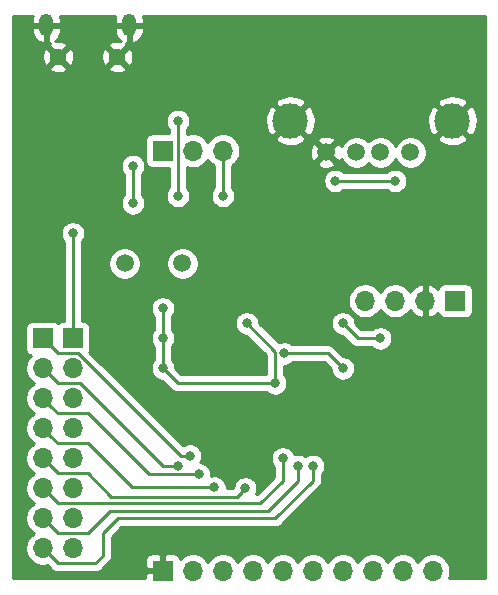
<source format=gbl>
G04 #@! TF.GenerationSoftware,KiCad,Pcbnew,5.1.5*
G04 #@! TF.CreationDate,2020-02-24T15:17:29+03:00*
G04 #@! TF.ProjectId,max3421eboard,6d617833-3432-4316-9562-6f6172642e6b,rev?*
G04 #@! TF.SameCoordinates,Original*
G04 #@! TF.FileFunction,Copper,L2,Bot*
G04 #@! TF.FilePolarity,Positive*
%FSLAX46Y46*%
G04 Gerber Fmt 4.6, Leading zero omitted, Abs format (unit mm)*
G04 Created by KiCad (PCBNEW 5.1.5) date 2020-02-24 15:17:29*
%MOMM*%
%LPD*%
G04 APERTURE LIST*
%ADD10C,1.500000*%
%ADD11O,1.200000X1.900000*%
%ADD12C,1.450000*%
%ADD13C,3.000000*%
%ADD14R,1.700000X1.700000*%
%ADD15O,1.700000X1.700000*%
%ADD16C,0.800000*%
%ADD17C,0.250000*%
%ADD18C,0.254000*%
G04 APERTURE END LIST*
D10*
X27886000Y-68580000D03*
X32766000Y-68580000D03*
D11*
X21265000Y-48419500D03*
X28265000Y-48419500D03*
D12*
X22265000Y-51119500D03*
X27265000Y-51119500D03*
D10*
X44960000Y-59185000D03*
X47500000Y-59185000D03*
X49530000Y-59185000D03*
X52070000Y-59185000D03*
D13*
X41910000Y-56515000D03*
X55630000Y-56515000D03*
D14*
X55880000Y-71755000D03*
D15*
X53340000Y-71755000D03*
X50800000Y-71755000D03*
X48260000Y-71755000D03*
D14*
X23495000Y-74930000D03*
D15*
X23495000Y-77470000D03*
X23495000Y-80010000D03*
X23495000Y-82550000D03*
X23495000Y-85090000D03*
X23495000Y-87630000D03*
X23495000Y-90170000D03*
X23495000Y-92710000D03*
D14*
X31115000Y-59055000D03*
D15*
X33655000Y-59055000D03*
X36195000Y-59055000D03*
D14*
X31115000Y-94615000D03*
D15*
X33655000Y-94615000D03*
X36195000Y-94615000D03*
X38735000Y-94615000D03*
X41275000Y-94615000D03*
X43815000Y-94615000D03*
X46355000Y-94615000D03*
X48895000Y-94615000D03*
X51435000Y-94615000D03*
X53975000Y-94615000D03*
D14*
X20955000Y-74930000D03*
D15*
X20955000Y-77470000D03*
X20955000Y-80010000D03*
X20955000Y-82550000D03*
X20955000Y-85090000D03*
X20955000Y-87630000D03*
X20955000Y-90170000D03*
X20955000Y-92710000D03*
D16*
X21590000Y-53340000D03*
X45085000Y-69850000D03*
X35687000Y-53657500D03*
X42440330Y-79905330D03*
X39370000Y-81915000D03*
X34290000Y-81915000D03*
X53086000Y-78486000D03*
X52070000Y-87122000D03*
X30480000Y-64897000D03*
X50800000Y-61595000D03*
X45720000Y-61595000D03*
X46355000Y-77470000D03*
X41402000Y-76200000D03*
X43815000Y-85725000D03*
X42545000Y-85725000D03*
X41275000Y-85090000D03*
X38100000Y-87630000D03*
X35491384Y-87561384D03*
X34199999Y-86450001D03*
X32385000Y-85725000D03*
X23495000Y-66040000D03*
X32385000Y-62865000D03*
X32385000Y-56515000D03*
X32385000Y-62865000D03*
X28575000Y-60325000D03*
X33420001Y-84855001D03*
X28575000Y-63500000D03*
X31115000Y-77470000D03*
X31115000Y-74930000D03*
X31115000Y-72390000D03*
X40640000Y-78740000D03*
X38227000Y-73660000D03*
X36195000Y-62865000D03*
X49530000Y-74930000D03*
X46355000Y-73660000D03*
D17*
X50800000Y-61595000D02*
X45720000Y-61595000D01*
X45720000Y-61595000D02*
X45720000Y-61595000D01*
X45085000Y-76200000D02*
X41402000Y-76200000D01*
X46355000Y-77470000D02*
X45085000Y-76200000D01*
X43815000Y-86360000D02*
X43815000Y-86995000D01*
X43815000Y-86995000D02*
X40640000Y-90170000D01*
X40640000Y-90170000D02*
X27305000Y-90170000D01*
X25400000Y-93980000D02*
X22225000Y-93980000D01*
X22225000Y-93980000D02*
X20955000Y-92710000D01*
X27305000Y-90170000D02*
X26035000Y-91440000D01*
X26035000Y-93345000D02*
X25400000Y-93980000D01*
X26035000Y-91440000D02*
X26035000Y-93345000D01*
X43815000Y-86360000D02*
X43815000Y-85725000D01*
X42545000Y-86995000D02*
X40005000Y-89535000D01*
X42545000Y-85725000D02*
X42545000Y-86995000D01*
X24765000Y-91440000D02*
X26670000Y-89535000D01*
X22225000Y-91440000D02*
X24765000Y-91440000D01*
X40005000Y-89535000D02*
X26670000Y-89535000D01*
X20955000Y-90170000D02*
X22225000Y-91440000D01*
X41275000Y-85090000D02*
X41275000Y-86995000D01*
X41275000Y-86995000D02*
X39370000Y-88900000D01*
X22225000Y-88900000D02*
X20955000Y-87630000D01*
X39370000Y-88900000D02*
X22225000Y-88900000D01*
X37700001Y-88029999D02*
X38100000Y-87630000D01*
X22225000Y-86360000D02*
X24765000Y-86360000D01*
X20955000Y-85090000D02*
X22225000Y-86360000D01*
X24765000Y-86360000D02*
X26760001Y-88355001D01*
X26760001Y-88355001D02*
X37374999Y-88355001D01*
X37374999Y-88355001D02*
X37700001Y-88029999D01*
X21590000Y-83185000D02*
X22225000Y-83820000D01*
X20955000Y-82550000D02*
X21590000Y-83185000D01*
X22225000Y-83820000D02*
X24765000Y-83820000D01*
X28506384Y-87561384D02*
X24765000Y-83820000D01*
X35491384Y-87561384D02*
X28506384Y-87561384D01*
X24765000Y-81280000D02*
X22225000Y-81280000D01*
X21590000Y-80645000D02*
X20955000Y-80010000D01*
X34199999Y-86450001D02*
X29935001Y-86450001D01*
X22225000Y-81280000D02*
X21590000Y-80645000D01*
X29935001Y-86450001D02*
X24765000Y-81280000D01*
X20955000Y-77470000D02*
X22225000Y-78740000D01*
X24130000Y-78740000D02*
X31115000Y-85725000D01*
X22225000Y-78740000D02*
X24130000Y-78740000D01*
X31115000Y-85725000D02*
X32385000Y-85725000D01*
X23495000Y-74930000D02*
X23495000Y-67310000D01*
X23495000Y-67310000D02*
X23495000Y-66040000D01*
X23495000Y-66040000D02*
X23495000Y-66040000D01*
X32385000Y-62865000D02*
X32385000Y-56515000D01*
X22225000Y-76200000D02*
X20955000Y-74930000D01*
X23964002Y-76200000D02*
X22225000Y-76200000D01*
X33420001Y-84855001D02*
X32619003Y-84855001D01*
X32619003Y-84855001D02*
X23964002Y-76200000D01*
X28575000Y-63500000D02*
X28575000Y-60325000D01*
X31115000Y-74930000D02*
X31115000Y-76835000D01*
X31115000Y-74930000D02*
X31115000Y-72390000D01*
X40640000Y-76200000D02*
X40640000Y-78740000D01*
X33020000Y-78740000D02*
X40640000Y-78740000D01*
X31115000Y-76835000D02*
X31115000Y-77470000D01*
X31115000Y-77470000D02*
X32385000Y-78740000D01*
X32385000Y-78740000D02*
X33020000Y-78740000D01*
X38227000Y-73660000D02*
X40640000Y-76073000D01*
X40640000Y-76073000D02*
X40640000Y-76200000D01*
X36195000Y-59055000D02*
X36195000Y-62865000D01*
X47625000Y-74930000D02*
X49530000Y-74930000D01*
X46355000Y-73660000D02*
X47625000Y-74930000D01*
D18*
G36*
X20078507Y-47704004D02*
G01*
X20030000Y-47942500D01*
X20030000Y-48292500D01*
X21138000Y-48292500D01*
X21138000Y-48272500D01*
X21392000Y-48272500D01*
X21392000Y-48292500D01*
X22500000Y-48292500D01*
X22500000Y-47942500D01*
X22451493Y-47704004D01*
X22439333Y-47675000D01*
X27090667Y-47675000D01*
X27078507Y-47704004D01*
X27030000Y-47942500D01*
X27030000Y-48292500D01*
X28138000Y-48292500D01*
X28138000Y-48272500D01*
X28392000Y-48272500D01*
X28392000Y-48292500D01*
X29500000Y-48292500D01*
X29500000Y-47942500D01*
X29451493Y-47704004D01*
X29439333Y-47675000D01*
X58370000Y-47675000D01*
X58370001Y-95200000D01*
X55340037Y-95200000D01*
X55402932Y-95048158D01*
X55460000Y-94761260D01*
X55460000Y-94468740D01*
X55402932Y-94181842D01*
X55290990Y-93911589D01*
X55128475Y-93668368D01*
X54921632Y-93461525D01*
X54678411Y-93299010D01*
X54408158Y-93187068D01*
X54121260Y-93130000D01*
X53828740Y-93130000D01*
X53541842Y-93187068D01*
X53271589Y-93299010D01*
X53028368Y-93461525D01*
X52821525Y-93668368D01*
X52705000Y-93842760D01*
X52588475Y-93668368D01*
X52381632Y-93461525D01*
X52138411Y-93299010D01*
X51868158Y-93187068D01*
X51581260Y-93130000D01*
X51288740Y-93130000D01*
X51001842Y-93187068D01*
X50731589Y-93299010D01*
X50488368Y-93461525D01*
X50281525Y-93668368D01*
X50165000Y-93842760D01*
X50048475Y-93668368D01*
X49841632Y-93461525D01*
X49598411Y-93299010D01*
X49328158Y-93187068D01*
X49041260Y-93130000D01*
X48748740Y-93130000D01*
X48461842Y-93187068D01*
X48191589Y-93299010D01*
X47948368Y-93461525D01*
X47741525Y-93668368D01*
X47625000Y-93842760D01*
X47508475Y-93668368D01*
X47301632Y-93461525D01*
X47058411Y-93299010D01*
X46788158Y-93187068D01*
X46501260Y-93130000D01*
X46208740Y-93130000D01*
X45921842Y-93187068D01*
X45651589Y-93299010D01*
X45408368Y-93461525D01*
X45201525Y-93668368D01*
X45085000Y-93842760D01*
X44968475Y-93668368D01*
X44761632Y-93461525D01*
X44518411Y-93299010D01*
X44248158Y-93187068D01*
X43961260Y-93130000D01*
X43668740Y-93130000D01*
X43381842Y-93187068D01*
X43111589Y-93299010D01*
X42868368Y-93461525D01*
X42661525Y-93668368D01*
X42545000Y-93842760D01*
X42428475Y-93668368D01*
X42221632Y-93461525D01*
X41978411Y-93299010D01*
X41708158Y-93187068D01*
X41421260Y-93130000D01*
X41128740Y-93130000D01*
X40841842Y-93187068D01*
X40571589Y-93299010D01*
X40328368Y-93461525D01*
X40121525Y-93668368D01*
X40005000Y-93842760D01*
X39888475Y-93668368D01*
X39681632Y-93461525D01*
X39438411Y-93299010D01*
X39168158Y-93187068D01*
X38881260Y-93130000D01*
X38588740Y-93130000D01*
X38301842Y-93187068D01*
X38031589Y-93299010D01*
X37788368Y-93461525D01*
X37581525Y-93668368D01*
X37465000Y-93842760D01*
X37348475Y-93668368D01*
X37141632Y-93461525D01*
X36898411Y-93299010D01*
X36628158Y-93187068D01*
X36341260Y-93130000D01*
X36048740Y-93130000D01*
X35761842Y-93187068D01*
X35491589Y-93299010D01*
X35248368Y-93461525D01*
X35041525Y-93668368D01*
X34925000Y-93842760D01*
X34808475Y-93668368D01*
X34601632Y-93461525D01*
X34358411Y-93299010D01*
X34088158Y-93187068D01*
X33801260Y-93130000D01*
X33508740Y-93130000D01*
X33221842Y-93187068D01*
X32951589Y-93299010D01*
X32708368Y-93461525D01*
X32576513Y-93593380D01*
X32554502Y-93520820D01*
X32495537Y-93410506D01*
X32416185Y-93313815D01*
X32319494Y-93234463D01*
X32209180Y-93175498D01*
X32089482Y-93139188D01*
X31965000Y-93126928D01*
X31400750Y-93130000D01*
X31242000Y-93288750D01*
X31242000Y-94488000D01*
X31262000Y-94488000D01*
X31262000Y-94742000D01*
X31242000Y-94742000D01*
X31242000Y-94762000D01*
X30988000Y-94762000D01*
X30988000Y-94742000D01*
X29788750Y-94742000D01*
X29630000Y-94900750D01*
X29628371Y-95200000D01*
X18465000Y-95200000D01*
X18465000Y-74080000D01*
X19466928Y-74080000D01*
X19466928Y-75780000D01*
X19479188Y-75904482D01*
X19515498Y-76024180D01*
X19574463Y-76134494D01*
X19653815Y-76231185D01*
X19750506Y-76310537D01*
X19860820Y-76369502D01*
X19933380Y-76391513D01*
X19801525Y-76523368D01*
X19639010Y-76766589D01*
X19527068Y-77036842D01*
X19470000Y-77323740D01*
X19470000Y-77616260D01*
X19527068Y-77903158D01*
X19639010Y-78173411D01*
X19801525Y-78416632D01*
X20008368Y-78623475D01*
X20182760Y-78740000D01*
X20008368Y-78856525D01*
X19801525Y-79063368D01*
X19639010Y-79306589D01*
X19527068Y-79576842D01*
X19470000Y-79863740D01*
X19470000Y-80156260D01*
X19527068Y-80443158D01*
X19639010Y-80713411D01*
X19801525Y-80956632D01*
X20008368Y-81163475D01*
X20182760Y-81280000D01*
X20008368Y-81396525D01*
X19801525Y-81603368D01*
X19639010Y-81846589D01*
X19527068Y-82116842D01*
X19470000Y-82403740D01*
X19470000Y-82696260D01*
X19527068Y-82983158D01*
X19639010Y-83253411D01*
X19801525Y-83496632D01*
X20008368Y-83703475D01*
X20182760Y-83820000D01*
X20008368Y-83936525D01*
X19801525Y-84143368D01*
X19639010Y-84386589D01*
X19527068Y-84656842D01*
X19470000Y-84943740D01*
X19470000Y-85236260D01*
X19527068Y-85523158D01*
X19639010Y-85793411D01*
X19801525Y-86036632D01*
X20008368Y-86243475D01*
X20182760Y-86360000D01*
X20008368Y-86476525D01*
X19801525Y-86683368D01*
X19639010Y-86926589D01*
X19527068Y-87196842D01*
X19470000Y-87483740D01*
X19470000Y-87776260D01*
X19527068Y-88063158D01*
X19639010Y-88333411D01*
X19801525Y-88576632D01*
X20008368Y-88783475D01*
X20182760Y-88900000D01*
X20008368Y-89016525D01*
X19801525Y-89223368D01*
X19639010Y-89466589D01*
X19527068Y-89736842D01*
X19470000Y-90023740D01*
X19470000Y-90316260D01*
X19527068Y-90603158D01*
X19639010Y-90873411D01*
X19801525Y-91116632D01*
X20008368Y-91323475D01*
X20182760Y-91440000D01*
X20008368Y-91556525D01*
X19801525Y-91763368D01*
X19639010Y-92006589D01*
X19527068Y-92276842D01*
X19470000Y-92563740D01*
X19470000Y-92856260D01*
X19527068Y-93143158D01*
X19639010Y-93413411D01*
X19801525Y-93656632D01*
X20008368Y-93863475D01*
X20251589Y-94025990D01*
X20521842Y-94137932D01*
X20808740Y-94195000D01*
X21101260Y-94195000D01*
X21321408Y-94151210D01*
X21661201Y-94491003D01*
X21684999Y-94520001D01*
X21800724Y-94614974D01*
X21932753Y-94685546D01*
X22076014Y-94729003D01*
X22187667Y-94740000D01*
X22187676Y-94740000D01*
X22224999Y-94743676D01*
X22262322Y-94740000D01*
X25362678Y-94740000D01*
X25400000Y-94743676D01*
X25437322Y-94740000D01*
X25437333Y-94740000D01*
X25548986Y-94729003D01*
X25692247Y-94685546D01*
X25824276Y-94614974D01*
X25940001Y-94520001D01*
X25963803Y-94490998D01*
X26546002Y-93908800D01*
X26575001Y-93885001D01*
X26669974Y-93769276D01*
X26672259Y-93765000D01*
X29626928Y-93765000D01*
X29630000Y-94329250D01*
X29788750Y-94488000D01*
X30988000Y-94488000D01*
X30988000Y-93288750D01*
X30829250Y-93130000D01*
X30265000Y-93126928D01*
X30140518Y-93139188D01*
X30020820Y-93175498D01*
X29910506Y-93234463D01*
X29813815Y-93313815D01*
X29734463Y-93410506D01*
X29675498Y-93520820D01*
X29639188Y-93640518D01*
X29626928Y-93765000D01*
X26672259Y-93765000D01*
X26740546Y-93637247D01*
X26784003Y-93493986D01*
X26795000Y-93382333D01*
X26798677Y-93345000D01*
X26795000Y-93307667D01*
X26795000Y-91754801D01*
X27619802Y-90930000D01*
X40602678Y-90930000D01*
X40640000Y-90933676D01*
X40677322Y-90930000D01*
X40677333Y-90930000D01*
X40788986Y-90919003D01*
X40932247Y-90875546D01*
X41064276Y-90804974D01*
X41180001Y-90710001D01*
X41203804Y-90680997D01*
X44326003Y-87558799D01*
X44355001Y-87535001D01*
X44399306Y-87481015D01*
X44449974Y-87419277D01*
X44520546Y-87287247D01*
X44522442Y-87280997D01*
X44564003Y-87143986D01*
X44575000Y-87032333D01*
X44575000Y-87032324D01*
X44578676Y-86995001D01*
X44575000Y-86957678D01*
X44575000Y-86428711D01*
X44618937Y-86384774D01*
X44732205Y-86215256D01*
X44810226Y-86026898D01*
X44850000Y-85826939D01*
X44850000Y-85623061D01*
X44810226Y-85423102D01*
X44732205Y-85234744D01*
X44618937Y-85065226D01*
X44474774Y-84921063D01*
X44305256Y-84807795D01*
X44116898Y-84729774D01*
X43916939Y-84690000D01*
X43713061Y-84690000D01*
X43513102Y-84729774D01*
X43324744Y-84807795D01*
X43180000Y-84904510D01*
X43035256Y-84807795D01*
X42846898Y-84729774D01*
X42646939Y-84690000D01*
X42443061Y-84690000D01*
X42245840Y-84729229D01*
X42192205Y-84599744D01*
X42078937Y-84430226D01*
X41934774Y-84286063D01*
X41765256Y-84172795D01*
X41576898Y-84094774D01*
X41376939Y-84055000D01*
X41173061Y-84055000D01*
X40973102Y-84094774D01*
X40784744Y-84172795D01*
X40615226Y-84286063D01*
X40471063Y-84430226D01*
X40357795Y-84599744D01*
X40279774Y-84788102D01*
X40240000Y-84988061D01*
X40240000Y-85191939D01*
X40279774Y-85391898D01*
X40357795Y-85580256D01*
X40471063Y-85749774D01*
X40515000Y-85793711D01*
X40515001Y-86680197D01*
X39055199Y-88140000D01*
X39004013Y-88140000D01*
X39017205Y-88120256D01*
X39095226Y-87931898D01*
X39135000Y-87731939D01*
X39135000Y-87528061D01*
X39095226Y-87328102D01*
X39017205Y-87139744D01*
X38903937Y-86970226D01*
X38759774Y-86826063D01*
X38590256Y-86712795D01*
X38401898Y-86634774D01*
X38201939Y-86595000D01*
X37998061Y-86595000D01*
X37798102Y-86634774D01*
X37609744Y-86712795D01*
X37440226Y-86826063D01*
X37296063Y-86970226D01*
X37182795Y-87139744D01*
X37104774Y-87328102D01*
X37065000Y-87528061D01*
X37065000Y-87590199D01*
X37060198Y-87595001D01*
X36526384Y-87595001D01*
X36526384Y-87459445D01*
X36486610Y-87259486D01*
X36408589Y-87071128D01*
X36295321Y-86901610D01*
X36151158Y-86757447D01*
X35981640Y-86644179D01*
X35793282Y-86566158D01*
X35593323Y-86526384D01*
X35389445Y-86526384D01*
X35233929Y-86557318D01*
X35234999Y-86551940D01*
X35234999Y-86348062D01*
X35195225Y-86148103D01*
X35117204Y-85959745D01*
X35003936Y-85790227D01*
X34859773Y-85646064D01*
X34690255Y-85532796D01*
X34501897Y-85454775D01*
X34301938Y-85415001D01*
X34290605Y-85415001D01*
X34337206Y-85345257D01*
X34415227Y-85156899D01*
X34455001Y-84956940D01*
X34455001Y-84753062D01*
X34415227Y-84553103D01*
X34337206Y-84364745D01*
X34223938Y-84195227D01*
X34079775Y-84051064D01*
X33910257Y-83937796D01*
X33721899Y-83859775D01*
X33521940Y-83820001D01*
X33318062Y-83820001D01*
X33118103Y-83859775D01*
X32929745Y-83937796D01*
X32837941Y-83999137D01*
X24909590Y-76070787D01*
X24934502Y-76024180D01*
X24970812Y-75904482D01*
X24983072Y-75780000D01*
X24983072Y-74080000D01*
X24970812Y-73955518D01*
X24934502Y-73835820D01*
X24875537Y-73725506D01*
X24796185Y-73628815D01*
X24699494Y-73549463D01*
X24589180Y-73490498D01*
X24469482Y-73454188D01*
X24345000Y-73441928D01*
X24255000Y-73441928D01*
X24255000Y-72288061D01*
X30080000Y-72288061D01*
X30080000Y-72491939D01*
X30119774Y-72691898D01*
X30197795Y-72880256D01*
X30311063Y-73049774D01*
X30355001Y-73093712D01*
X30355000Y-74226289D01*
X30311063Y-74270226D01*
X30197795Y-74439744D01*
X30119774Y-74628102D01*
X30080000Y-74828061D01*
X30080000Y-75031939D01*
X30119774Y-75231898D01*
X30197795Y-75420256D01*
X30311063Y-75589774D01*
X30355000Y-75633711D01*
X30355001Y-76766288D01*
X30311063Y-76810226D01*
X30197795Y-76979744D01*
X30119774Y-77168102D01*
X30080000Y-77368061D01*
X30080000Y-77571939D01*
X30119774Y-77771898D01*
X30197795Y-77960256D01*
X30311063Y-78129774D01*
X30455226Y-78273937D01*
X30624744Y-78387205D01*
X30813102Y-78465226D01*
X31013061Y-78505000D01*
X31075199Y-78505000D01*
X31821200Y-79251002D01*
X31844999Y-79280001D01*
X31960724Y-79374974D01*
X32092753Y-79445546D01*
X32236014Y-79489003D01*
X32347667Y-79500000D01*
X32347676Y-79500000D01*
X32384999Y-79503676D01*
X32422322Y-79500000D01*
X39936289Y-79500000D01*
X39980226Y-79543937D01*
X40149744Y-79657205D01*
X40338102Y-79735226D01*
X40538061Y-79775000D01*
X40741939Y-79775000D01*
X40941898Y-79735226D01*
X41130256Y-79657205D01*
X41299774Y-79543937D01*
X41443937Y-79399774D01*
X41557205Y-79230256D01*
X41635226Y-79041898D01*
X41675000Y-78841939D01*
X41675000Y-78638061D01*
X41635226Y-78438102D01*
X41557205Y-78249744D01*
X41443937Y-78080226D01*
X41400000Y-78036289D01*
X41400000Y-77235000D01*
X41503939Y-77235000D01*
X41703898Y-77195226D01*
X41892256Y-77117205D01*
X42061774Y-77003937D01*
X42105711Y-76960000D01*
X44770199Y-76960000D01*
X45320000Y-77509802D01*
X45320000Y-77571939D01*
X45359774Y-77771898D01*
X45437795Y-77960256D01*
X45551063Y-78129774D01*
X45695226Y-78273937D01*
X45864744Y-78387205D01*
X46053102Y-78465226D01*
X46253061Y-78505000D01*
X46456939Y-78505000D01*
X46656898Y-78465226D01*
X46845256Y-78387205D01*
X47014774Y-78273937D01*
X47158937Y-78129774D01*
X47272205Y-77960256D01*
X47350226Y-77771898D01*
X47390000Y-77571939D01*
X47390000Y-77368061D01*
X47350226Y-77168102D01*
X47272205Y-76979744D01*
X47158937Y-76810226D01*
X47014774Y-76666063D01*
X46845256Y-76552795D01*
X46656898Y-76474774D01*
X46456939Y-76435000D01*
X46394802Y-76435000D01*
X45648804Y-75689003D01*
X45625001Y-75659999D01*
X45509276Y-75565026D01*
X45377247Y-75494454D01*
X45233986Y-75450997D01*
X45122333Y-75440000D01*
X45122322Y-75440000D01*
X45085000Y-75436324D01*
X45047678Y-75440000D01*
X42105711Y-75440000D01*
X42061774Y-75396063D01*
X41892256Y-75282795D01*
X41703898Y-75204774D01*
X41503939Y-75165000D01*
X41300061Y-75165000D01*
X41100102Y-75204774D01*
X40920832Y-75279030D01*
X39262000Y-73620199D01*
X39262000Y-73558061D01*
X45320000Y-73558061D01*
X45320000Y-73761939D01*
X45359774Y-73961898D01*
X45437795Y-74150256D01*
X45551063Y-74319774D01*
X45695226Y-74463937D01*
X45864744Y-74577205D01*
X46053102Y-74655226D01*
X46253061Y-74695000D01*
X46315199Y-74695000D01*
X47061200Y-75441002D01*
X47084999Y-75470001D01*
X47200724Y-75564974D01*
X47332753Y-75635546D01*
X47476014Y-75679003D01*
X47587667Y-75690000D01*
X47587676Y-75690000D01*
X47624999Y-75693676D01*
X47662322Y-75690000D01*
X48826289Y-75690000D01*
X48870226Y-75733937D01*
X49039744Y-75847205D01*
X49228102Y-75925226D01*
X49428061Y-75965000D01*
X49631939Y-75965000D01*
X49831898Y-75925226D01*
X50020256Y-75847205D01*
X50189774Y-75733937D01*
X50333937Y-75589774D01*
X50447205Y-75420256D01*
X50525226Y-75231898D01*
X50565000Y-75031939D01*
X50565000Y-74828061D01*
X50525226Y-74628102D01*
X50447205Y-74439744D01*
X50333937Y-74270226D01*
X50189774Y-74126063D01*
X50020256Y-74012795D01*
X49831898Y-73934774D01*
X49631939Y-73895000D01*
X49428061Y-73895000D01*
X49228102Y-73934774D01*
X49039744Y-74012795D01*
X48870226Y-74126063D01*
X48826289Y-74170000D01*
X47939802Y-74170000D01*
X47390000Y-73620199D01*
X47390000Y-73558061D01*
X47350226Y-73358102D01*
X47272205Y-73169744D01*
X47158937Y-73000226D01*
X47014774Y-72856063D01*
X46845256Y-72742795D01*
X46656898Y-72664774D01*
X46456939Y-72625000D01*
X46253061Y-72625000D01*
X46053102Y-72664774D01*
X45864744Y-72742795D01*
X45695226Y-72856063D01*
X45551063Y-73000226D01*
X45437795Y-73169744D01*
X45359774Y-73358102D01*
X45320000Y-73558061D01*
X39262000Y-73558061D01*
X39222226Y-73358102D01*
X39144205Y-73169744D01*
X39030937Y-73000226D01*
X38886774Y-72856063D01*
X38717256Y-72742795D01*
X38528898Y-72664774D01*
X38328939Y-72625000D01*
X38125061Y-72625000D01*
X37925102Y-72664774D01*
X37736744Y-72742795D01*
X37567226Y-72856063D01*
X37423063Y-73000226D01*
X37309795Y-73169744D01*
X37231774Y-73358102D01*
X37192000Y-73558061D01*
X37192000Y-73761939D01*
X37231774Y-73961898D01*
X37309795Y-74150256D01*
X37423063Y-74319774D01*
X37567226Y-74463937D01*
X37736744Y-74577205D01*
X37925102Y-74655226D01*
X38125061Y-74695000D01*
X38187199Y-74695000D01*
X39880000Y-76387802D01*
X39880001Y-77980000D01*
X32699802Y-77980000D01*
X32150000Y-77430199D01*
X32150000Y-77368061D01*
X32110226Y-77168102D01*
X32032205Y-76979744D01*
X31918937Y-76810226D01*
X31875000Y-76766289D01*
X31875000Y-75633711D01*
X31918937Y-75589774D01*
X32032205Y-75420256D01*
X32110226Y-75231898D01*
X32150000Y-75031939D01*
X32150000Y-74828061D01*
X32110226Y-74628102D01*
X32032205Y-74439744D01*
X31918937Y-74270226D01*
X31875000Y-74226289D01*
X31875000Y-73093711D01*
X31918937Y-73049774D01*
X32032205Y-72880256D01*
X32110226Y-72691898D01*
X32150000Y-72491939D01*
X32150000Y-72288061D01*
X32110226Y-72088102D01*
X32032205Y-71899744D01*
X31918937Y-71730226D01*
X31797451Y-71608740D01*
X46775000Y-71608740D01*
X46775000Y-71901260D01*
X46832068Y-72188158D01*
X46944010Y-72458411D01*
X47106525Y-72701632D01*
X47313368Y-72908475D01*
X47556589Y-73070990D01*
X47826842Y-73182932D01*
X48113740Y-73240000D01*
X48406260Y-73240000D01*
X48693158Y-73182932D01*
X48963411Y-73070990D01*
X49206632Y-72908475D01*
X49413475Y-72701632D01*
X49530000Y-72527240D01*
X49646525Y-72701632D01*
X49853368Y-72908475D01*
X50096589Y-73070990D01*
X50366842Y-73182932D01*
X50653740Y-73240000D01*
X50946260Y-73240000D01*
X51233158Y-73182932D01*
X51503411Y-73070990D01*
X51746632Y-72908475D01*
X51953475Y-72701632D01*
X52075195Y-72519466D01*
X52144822Y-72636355D01*
X52339731Y-72852588D01*
X52573080Y-73026641D01*
X52835901Y-73151825D01*
X52983110Y-73196476D01*
X53213000Y-73075155D01*
X53213000Y-71882000D01*
X53193000Y-71882000D01*
X53193000Y-71628000D01*
X53213000Y-71628000D01*
X53213000Y-70434845D01*
X53467000Y-70434845D01*
X53467000Y-71628000D01*
X53487000Y-71628000D01*
X53487000Y-71882000D01*
X53467000Y-71882000D01*
X53467000Y-73075155D01*
X53696890Y-73196476D01*
X53844099Y-73151825D01*
X54106920Y-73026641D01*
X54340269Y-72852588D01*
X54416034Y-72768534D01*
X54440498Y-72849180D01*
X54499463Y-72959494D01*
X54578815Y-73056185D01*
X54675506Y-73135537D01*
X54785820Y-73194502D01*
X54905518Y-73230812D01*
X55030000Y-73243072D01*
X56730000Y-73243072D01*
X56854482Y-73230812D01*
X56974180Y-73194502D01*
X57084494Y-73135537D01*
X57181185Y-73056185D01*
X57260537Y-72959494D01*
X57319502Y-72849180D01*
X57355812Y-72729482D01*
X57368072Y-72605000D01*
X57368072Y-70905000D01*
X57355812Y-70780518D01*
X57319502Y-70660820D01*
X57260537Y-70550506D01*
X57181185Y-70453815D01*
X57084494Y-70374463D01*
X56974180Y-70315498D01*
X56854482Y-70279188D01*
X56730000Y-70266928D01*
X55030000Y-70266928D01*
X54905518Y-70279188D01*
X54785820Y-70315498D01*
X54675506Y-70374463D01*
X54578815Y-70453815D01*
X54499463Y-70550506D01*
X54440498Y-70660820D01*
X54416034Y-70741466D01*
X54340269Y-70657412D01*
X54106920Y-70483359D01*
X53844099Y-70358175D01*
X53696890Y-70313524D01*
X53467000Y-70434845D01*
X53213000Y-70434845D01*
X52983110Y-70313524D01*
X52835901Y-70358175D01*
X52573080Y-70483359D01*
X52339731Y-70657412D01*
X52144822Y-70873645D01*
X52075195Y-70990534D01*
X51953475Y-70808368D01*
X51746632Y-70601525D01*
X51503411Y-70439010D01*
X51233158Y-70327068D01*
X50946260Y-70270000D01*
X50653740Y-70270000D01*
X50366842Y-70327068D01*
X50096589Y-70439010D01*
X49853368Y-70601525D01*
X49646525Y-70808368D01*
X49530000Y-70982760D01*
X49413475Y-70808368D01*
X49206632Y-70601525D01*
X48963411Y-70439010D01*
X48693158Y-70327068D01*
X48406260Y-70270000D01*
X48113740Y-70270000D01*
X47826842Y-70327068D01*
X47556589Y-70439010D01*
X47313368Y-70601525D01*
X47106525Y-70808368D01*
X46944010Y-71051589D01*
X46832068Y-71321842D01*
X46775000Y-71608740D01*
X31797451Y-71608740D01*
X31774774Y-71586063D01*
X31605256Y-71472795D01*
X31416898Y-71394774D01*
X31216939Y-71355000D01*
X31013061Y-71355000D01*
X30813102Y-71394774D01*
X30624744Y-71472795D01*
X30455226Y-71586063D01*
X30311063Y-71730226D01*
X30197795Y-71899744D01*
X30119774Y-72088102D01*
X30080000Y-72288061D01*
X24255000Y-72288061D01*
X24255000Y-68443589D01*
X26501000Y-68443589D01*
X26501000Y-68716411D01*
X26554225Y-68983989D01*
X26658629Y-69236043D01*
X26810201Y-69462886D01*
X27003114Y-69655799D01*
X27229957Y-69807371D01*
X27482011Y-69911775D01*
X27749589Y-69965000D01*
X28022411Y-69965000D01*
X28289989Y-69911775D01*
X28542043Y-69807371D01*
X28768886Y-69655799D01*
X28961799Y-69462886D01*
X29113371Y-69236043D01*
X29217775Y-68983989D01*
X29271000Y-68716411D01*
X29271000Y-68443589D01*
X31381000Y-68443589D01*
X31381000Y-68716411D01*
X31434225Y-68983989D01*
X31538629Y-69236043D01*
X31690201Y-69462886D01*
X31883114Y-69655799D01*
X32109957Y-69807371D01*
X32362011Y-69911775D01*
X32629589Y-69965000D01*
X32902411Y-69965000D01*
X33169989Y-69911775D01*
X33422043Y-69807371D01*
X33648886Y-69655799D01*
X33841799Y-69462886D01*
X33993371Y-69236043D01*
X34097775Y-68983989D01*
X34151000Y-68716411D01*
X34151000Y-68443589D01*
X34097775Y-68176011D01*
X33993371Y-67923957D01*
X33841799Y-67697114D01*
X33648886Y-67504201D01*
X33422043Y-67352629D01*
X33169989Y-67248225D01*
X32902411Y-67195000D01*
X32629589Y-67195000D01*
X32362011Y-67248225D01*
X32109957Y-67352629D01*
X31883114Y-67504201D01*
X31690201Y-67697114D01*
X31538629Y-67923957D01*
X31434225Y-68176011D01*
X31381000Y-68443589D01*
X29271000Y-68443589D01*
X29217775Y-68176011D01*
X29113371Y-67923957D01*
X28961799Y-67697114D01*
X28768886Y-67504201D01*
X28542043Y-67352629D01*
X28289989Y-67248225D01*
X28022411Y-67195000D01*
X27749589Y-67195000D01*
X27482011Y-67248225D01*
X27229957Y-67352629D01*
X27003114Y-67504201D01*
X26810201Y-67697114D01*
X26658629Y-67923957D01*
X26554225Y-68176011D01*
X26501000Y-68443589D01*
X24255000Y-68443589D01*
X24255000Y-66743711D01*
X24298937Y-66699774D01*
X24412205Y-66530256D01*
X24490226Y-66341898D01*
X24530000Y-66141939D01*
X24530000Y-65938061D01*
X24490226Y-65738102D01*
X24412205Y-65549744D01*
X24298937Y-65380226D01*
X24154774Y-65236063D01*
X23985256Y-65122795D01*
X23796898Y-65044774D01*
X23596939Y-65005000D01*
X23393061Y-65005000D01*
X23193102Y-65044774D01*
X23004744Y-65122795D01*
X22835226Y-65236063D01*
X22691063Y-65380226D01*
X22577795Y-65549744D01*
X22499774Y-65738102D01*
X22460000Y-65938061D01*
X22460000Y-66141939D01*
X22499774Y-66341898D01*
X22577795Y-66530256D01*
X22691063Y-66699774D01*
X22735000Y-66743711D01*
X22735000Y-67347332D01*
X22735001Y-67347342D01*
X22735000Y-73441928D01*
X22645000Y-73441928D01*
X22520518Y-73454188D01*
X22400820Y-73490498D01*
X22290506Y-73549463D01*
X22225000Y-73603222D01*
X22159494Y-73549463D01*
X22049180Y-73490498D01*
X21929482Y-73454188D01*
X21805000Y-73441928D01*
X20105000Y-73441928D01*
X19980518Y-73454188D01*
X19860820Y-73490498D01*
X19750506Y-73549463D01*
X19653815Y-73628815D01*
X19574463Y-73725506D01*
X19515498Y-73835820D01*
X19479188Y-73955518D01*
X19466928Y-74080000D01*
X18465000Y-74080000D01*
X18465000Y-60223061D01*
X27540000Y-60223061D01*
X27540000Y-60426939D01*
X27579774Y-60626898D01*
X27657795Y-60815256D01*
X27771063Y-60984774D01*
X27815001Y-61028712D01*
X27815000Y-62796289D01*
X27771063Y-62840226D01*
X27657795Y-63009744D01*
X27579774Y-63198102D01*
X27540000Y-63398061D01*
X27540000Y-63601939D01*
X27579774Y-63801898D01*
X27657795Y-63990256D01*
X27771063Y-64159774D01*
X27915226Y-64303937D01*
X28084744Y-64417205D01*
X28273102Y-64495226D01*
X28473061Y-64535000D01*
X28676939Y-64535000D01*
X28876898Y-64495226D01*
X29065256Y-64417205D01*
X29234774Y-64303937D01*
X29378937Y-64159774D01*
X29492205Y-63990256D01*
X29570226Y-63801898D01*
X29610000Y-63601939D01*
X29610000Y-63398061D01*
X29570226Y-63198102D01*
X29492205Y-63009744D01*
X29378937Y-62840226D01*
X29335000Y-62796289D01*
X29335000Y-61028711D01*
X29378937Y-60984774D01*
X29492205Y-60815256D01*
X29570226Y-60626898D01*
X29610000Y-60426939D01*
X29610000Y-60223061D01*
X29570226Y-60023102D01*
X29492205Y-59834744D01*
X29378937Y-59665226D01*
X29234774Y-59521063D01*
X29065256Y-59407795D01*
X28876898Y-59329774D01*
X28676939Y-59290000D01*
X28473061Y-59290000D01*
X28273102Y-59329774D01*
X28084744Y-59407795D01*
X27915226Y-59521063D01*
X27771063Y-59665226D01*
X27657795Y-59834744D01*
X27579774Y-60023102D01*
X27540000Y-60223061D01*
X18465000Y-60223061D01*
X18465000Y-58205000D01*
X29626928Y-58205000D01*
X29626928Y-59905000D01*
X29639188Y-60029482D01*
X29675498Y-60149180D01*
X29734463Y-60259494D01*
X29813815Y-60356185D01*
X29910506Y-60435537D01*
X30020820Y-60494502D01*
X30140518Y-60530812D01*
X30265000Y-60543072D01*
X31625000Y-60543072D01*
X31625000Y-62161289D01*
X31581063Y-62205226D01*
X31467795Y-62374744D01*
X31389774Y-62563102D01*
X31350000Y-62763061D01*
X31350000Y-62966939D01*
X31389774Y-63166898D01*
X31467795Y-63355256D01*
X31581063Y-63524774D01*
X31725226Y-63668937D01*
X31894744Y-63782205D01*
X32083102Y-63860226D01*
X32283061Y-63900000D01*
X32486939Y-63900000D01*
X32686898Y-63860226D01*
X32875256Y-63782205D01*
X33044774Y-63668937D01*
X33188937Y-63524774D01*
X33302205Y-63355256D01*
X33380226Y-63166898D01*
X33420000Y-62966939D01*
X33420000Y-62763061D01*
X33380226Y-62563102D01*
X33302205Y-62374744D01*
X33188937Y-62205226D01*
X33145000Y-62161289D01*
X33145000Y-60451103D01*
X33221842Y-60482932D01*
X33508740Y-60540000D01*
X33801260Y-60540000D01*
X34088158Y-60482932D01*
X34358411Y-60370990D01*
X34601632Y-60208475D01*
X34808475Y-60001632D01*
X34925000Y-59827240D01*
X35041525Y-60001632D01*
X35248368Y-60208475D01*
X35435000Y-60333179D01*
X35435001Y-62161288D01*
X35391063Y-62205226D01*
X35277795Y-62374744D01*
X35199774Y-62563102D01*
X35160000Y-62763061D01*
X35160000Y-62966939D01*
X35199774Y-63166898D01*
X35277795Y-63355256D01*
X35391063Y-63524774D01*
X35535226Y-63668937D01*
X35704744Y-63782205D01*
X35893102Y-63860226D01*
X36093061Y-63900000D01*
X36296939Y-63900000D01*
X36496898Y-63860226D01*
X36685256Y-63782205D01*
X36854774Y-63668937D01*
X36998937Y-63524774D01*
X37112205Y-63355256D01*
X37190226Y-63166898D01*
X37230000Y-62966939D01*
X37230000Y-62763061D01*
X37190226Y-62563102D01*
X37112205Y-62374744D01*
X36998937Y-62205226D01*
X36955000Y-62161289D01*
X36955000Y-61493061D01*
X44685000Y-61493061D01*
X44685000Y-61696939D01*
X44724774Y-61896898D01*
X44802795Y-62085256D01*
X44916063Y-62254774D01*
X45060226Y-62398937D01*
X45229744Y-62512205D01*
X45418102Y-62590226D01*
X45618061Y-62630000D01*
X45821939Y-62630000D01*
X46021898Y-62590226D01*
X46210256Y-62512205D01*
X46379774Y-62398937D01*
X46423711Y-62355000D01*
X50096289Y-62355000D01*
X50140226Y-62398937D01*
X50309744Y-62512205D01*
X50498102Y-62590226D01*
X50698061Y-62630000D01*
X50901939Y-62630000D01*
X51101898Y-62590226D01*
X51290256Y-62512205D01*
X51459774Y-62398937D01*
X51603937Y-62254774D01*
X51717205Y-62085256D01*
X51795226Y-61896898D01*
X51835000Y-61696939D01*
X51835000Y-61493061D01*
X51795226Y-61293102D01*
X51717205Y-61104744D01*
X51603937Y-60935226D01*
X51459774Y-60791063D01*
X51290256Y-60677795D01*
X51101898Y-60599774D01*
X50901939Y-60560000D01*
X50698061Y-60560000D01*
X50498102Y-60599774D01*
X50309744Y-60677795D01*
X50140226Y-60791063D01*
X50096289Y-60835000D01*
X46423711Y-60835000D01*
X46379774Y-60791063D01*
X46210256Y-60677795D01*
X46021898Y-60599774D01*
X45821939Y-60560000D01*
X45618061Y-60560000D01*
X45418102Y-60599774D01*
X45229744Y-60677795D01*
X45060226Y-60791063D01*
X44916063Y-60935226D01*
X44802795Y-61104744D01*
X44724774Y-61293102D01*
X44685000Y-61493061D01*
X36955000Y-61493061D01*
X36955000Y-60333178D01*
X37141632Y-60208475D01*
X37208114Y-60141993D01*
X44182612Y-60141993D01*
X44248137Y-60380860D01*
X44495116Y-60496760D01*
X44759960Y-60562250D01*
X45032492Y-60574812D01*
X45302238Y-60533965D01*
X45558832Y-60441277D01*
X45671863Y-60380860D01*
X45737388Y-60141993D01*
X44960000Y-59364605D01*
X44182612Y-60141993D01*
X37208114Y-60141993D01*
X37348475Y-60001632D01*
X37510990Y-59758411D01*
X37622932Y-59488158D01*
X37668814Y-59257492D01*
X43570188Y-59257492D01*
X43611035Y-59527238D01*
X43703723Y-59783832D01*
X43764140Y-59896863D01*
X44003007Y-59962388D01*
X44780395Y-59185000D01*
X45139605Y-59185000D01*
X45916993Y-59962388D01*
X46155860Y-59896863D01*
X46230164Y-59738523D01*
X46272629Y-59841043D01*
X46424201Y-60067886D01*
X46617114Y-60260799D01*
X46843957Y-60412371D01*
X47096011Y-60516775D01*
X47363589Y-60570000D01*
X47636411Y-60570000D01*
X47903989Y-60516775D01*
X48156043Y-60412371D01*
X48382886Y-60260799D01*
X48515000Y-60128685D01*
X48647114Y-60260799D01*
X48873957Y-60412371D01*
X49126011Y-60516775D01*
X49393589Y-60570000D01*
X49666411Y-60570000D01*
X49933989Y-60516775D01*
X50186043Y-60412371D01*
X50412886Y-60260799D01*
X50605799Y-60067886D01*
X50757371Y-59841043D01*
X50800000Y-59738127D01*
X50842629Y-59841043D01*
X50994201Y-60067886D01*
X51187114Y-60260799D01*
X51413957Y-60412371D01*
X51666011Y-60516775D01*
X51933589Y-60570000D01*
X52206411Y-60570000D01*
X52473989Y-60516775D01*
X52726043Y-60412371D01*
X52952886Y-60260799D01*
X53145799Y-60067886D01*
X53297371Y-59841043D01*
X53401775Y-59588989D01*
X53455000Y-59321411D01*
X53455000Y-59048589D01*
X53401775Y-58781011D01*
X53297371Y-58528957D01*
X53145799Y-58302114D01*
X52952886Y-58109201D01*
X52799413Y-58006653D01*
X54317952Y-58006653D01*
X54473962Y-58322214D01*
X54848745Y-58513020D01*
X55253551Y-58627044D01*
X55672824Y-58659902D01*
X56090451Y-58610334D01*
X56490383Y-58480243D01*
X56786038Y-58322214D01*
X56942048Y-58006653D01*
X55630000Y-56694605D01*
X54317952Y-58006653D01*
X52799413Y-58006653D01*
X52726043Y-57957629D01*
X52473989Y-57853225D01*
X52206411Y-57800000D01*
X51933589Y-57800000D01*
X51666011Y-57853225D01*
X51413957Y-57957629D01*
X51187114Y-58109201D01*
X50994201Y-58302114D01*
X50842629Y-58528957D01*
X50800000Y-58631873D01*
X50757371Y-58528957D01*
X50605799Y-58302114D01*
X50412886Y-58109201D01*
X50186043Y-57957629D01*
X49933989Y-57853225D01*
X49666411Y-57800000D01*
X49393589Y-57800000D01*
X49126011Y-57853225D01*
X48873957Y-57957629D01*
X48647114Y-58109201D01*
X48515000Y-58241315D01*
X48382886Y-58109201D01*
X48156043Y-57957629D01*
X47903989Y-57853225D01*
X47636411Y-57800000D01*
X47363589Y-57800000D01*
X47096011Y-57853225D01*
X46843957Y-57957629D01*
X46617114Y-58109201D01*
X46424201Y-58302114D01*
X46272629Y-58528957D01*
X46231489Y-58628279D01*
X46216277Y-58586168D01*
X46155860Y-58473137D01*
X45916993Y-58407612D01*
X45139605Y-59185000D01*
X44780395Y-59185000D01*
X44003007Y-58407612D01*
X43764140Y-58473137D01*
X43648240Y-58720116D01*
X43582750Y-58984960D01*
X43570188Y-59257492D01*
X37668814Y-59257492D01*
X37680000Y-59201260D01*
X37680000Y-58908740D01*
X37622932Y-58621842D01*
X37510990Y-58351589D01*
X37348475Y-58108368D01*
X37246760Y-58006653D01*
X40597952Y-58006653D01*
X40753962Y-58322214D01*
X41128745Y-58513020D01*
X41533551Y-58627044D01*
X41952824Y-58659902D01*
X42370451Y-58610334D01*
X42770383Y-58480243D01*
X43066038Y-58322214D01*
X43112612Y-58228007D01*
X44182612Y-58228007D01*
X44960000Y-59005395D01*
X45737388Y-58228007D01*
X45671863Y-57989140D01*
X45424884Y-57873240D01*
X45160040Y-57807750D01*
X44887508Y-57795188D01*
X44617762Y-57836035D01*
X44361168Y-57928723D01*
X44248137Y-57989140D01*
X44182612Y-58228007D01*
X43112612Y-58228007D01*
X43222048Y-58006653D01*
X41910000Y-56694605D01*
X40597952Y-58006653D01*
X37246760Y-58006653D01*
X37141632Y-57901525D01*
X36898411Y-57739010D01*
X36628158Y-57627068D01*
X36341260Y-57570000D01*
X36048740Y-57570000D01*
X35761842Y-57627068D01*
X35491589Y-57739010D01*
X35248368Y-57901525D01*
X35041525Y-58108368D01*
X34925000Y-58282760D01*
X34808475Y-58108368D01*
X34601632Y-57901525D01*
X34358411Y-57739010D01*
X34088158Y-57627068D01*
X33801260Y-57570000D01*
X33508740Y-57570000D01*
X33221842Y-57627068D01*
X33145000Y-57658897D01*
X33145000Y-57218711D01*
X33188937Y-57174774D01*
X33302205Y-57005256D01*
X33380226Y-56816898D01*
X33420000Y-56616939D01*
X33420000Y-56557824D01*
X39765098Y-56557824D01*
X39814666Y-56975451D01*
X39944757Y-57375383D01*
X40102786Y-57671038D01*
X40418347Y-57827048D01*
X41730395Y-56515000D01*
X42089605Y-56515000D01*
X43401653Y-57827048D01*
X43717214Y-57671038D01*
X43908020Y-57296255D01*
X44022044Y-56891449D01*
X44048189Y-56557824D01*
X53485098Y-56557824D01*
X53534666Y-56975451D01*
X53664757Y-57375383D01*
X53822786Y-57671038D01*
X54138347Y-57827048D01*
X55450395Y-56515000D01*
X55809605Y-56515000D01*
X57121653Y-57827048D01*
X57437214Y-57671038D01*
X57628020Y-57296255D01*
X57742044Y-56891449D01*
X57774902Y-56472176D01*
X57725334Y-56054549D01*
X57595243Y-55654617D01*
X57437214Y-55358962D01*
X57121653Y-55202952D01*
X55809605Y-56515000D01*
X55450395Y-56515000D01*
X54138347Y-55202952D01*
X53822786Y-55358962D01*
X53631980Y-55733745D01*
X53517956Y-56138551D01*
X53485098Y-56557824D01*
X44048189Y-56557824D01*
X44054902Y-56472176D01*
X44005334Y-56054549D01*
X43875243Y-55654617D01*
X43717214Y-55358962D01*
X43401653Y-55202952D01*
X42089605Y-56515000D01*
X41730395Y-56515000D01*
X40418347Y-55202952D01*
X40102786Y-55358962D01*
X39911980Y-55733745D01*
X39797956Y-56138551D01*
X39765098Y-56557824D01*
X33420000Y-56557824D01*
X33420000Y-56413061D01*
X33380226Y-56213102D01*
X33302205Y-56024744D01*
X33188937Y-55855226D01*
X33044774Y-55711063D01*
X32875256Y-55597795D01*
X32686898Y-55519774D01*
X32486939Y-55480000D01*
X32283061Y-55480000D01*
X32083102Y-55519774D01*
X31894744Y-55597795D01*
X31725226Y-55711063D01*
X31581063Y-55855226D01*
X31467795Y-56024744D01*
X31389774Y-56213102D01*
X31350000Y-56413061D01*
X31350000Y-56616939D01*
X31389774Y-56816898D01*
X31467795Y-57005256D01*
X31581063Y-57174774D01*
X31625001Y-57218712D01*
X31625001Y-57566928D01*
X30265000Y-57566928D01*
X30140518Y-57579188D01*
X30020820Y-57615498D01*
X29910506Y-57674463D01*
X29813815Y-57753815D01*
X29734463Y-57850506D01*
X29675498Y-57960820D01*
X29639188Y-58080518D01*
X29626928Y-58205000D01*
X18465000Y-58205000D01*
X18465000Y-55023347D01*
X40597952Y-55023347D01*
X41910000Y-56335395D01*
X43222048Y-55023347D01*
X54317952Y-55023347D01*
X55630000Y-56335395D01*
X56942048Y-55023347D01*
X56786038Y-54707786D01*
X56411255Y-54516980D01*
X56006449Y-54402956D01*
X55587176Y-54370098D01*
X55169549Y-54419666D01*
X54769617Y-54549757D01*
X54473962Y-54707786D01*
X54317952Y-55023347D01*
X43222048Y-55023347D01*
X43066038Y-54707786D01*
X42691255Y-54516980D01*
X42286449Y-54402956D01*
X41867176Y-54370098D01*
X41449549Y-54419666D01*
X41049617Y-54549757D01*
X40753962Y-54707786D01*
X40597952Y-55023347D01*
X18465000Y-55023347D01*
X18465000Y-52058633D01*
X21505472Y-52058633D01*
X21567965Y-52294950D01*
X21810678Y-52408350D01*
X22070849Y-52472219D01*
X22338482Y-52484104D01*
X22603291Y-52443548D01*
X22855100Y-52352109D01*
X22962035Y-52294950D01*
X23024528Y-52058633D01*
X26505472Y-52058633D01*
X26567965Y-52294950D01*
X26810678Y-52408350D01*
X27070849Y-52472219D01*
X27338482Y-52484104D01*
X27603291Y-52443548D01*
X27855100Y-52352109D01*
X27962035Y-52294950D01*
X28024528Y-52058633D01*
X27265000Y-51299105D01*
X26505472Y-52058633D01*
X23024528Y-52058633D01*
X22265000Y-51299105D01*
X21505472Y-52058633D01*
X18465000Y-52058633D01*
X18465000Y-51192982D01*
X20900396Y-51192982D01*
X20940952Y-51457791D01*
X21032391Y-51709600D01*
X21089550Y-51816535D01*
X21325867Y-51879028D01*
X22085395Y-51119500D01*
X22444605Y-51119500D01*
X23204133Y-51879028D01*
X23440450Y-51816535D01*
X23553850Y-51573822D01*
X23617719Y-51313651D01*
X23623077Y-51192982D01*
X25900396Y-51192982D01*
X25940952Y-51457791D01*
X26032391Y-51709600D01*
X26089550Y-51816535D01*
X26325867Y-51879028D01*
X27085395Y-51119500D01*
X27444605Y-51119500D01*
X28204133Y-51879028D01*
X28440450Y-51816535D01*
X28553850Y-51573822D01*
X28617719Y-51313651D01*
X28629604Y-51046018D01*
X28589048Y-50781209D01*
X28497609Y-50529400D01*
X28440450Y-50422465D01*
X28204133Y-50359972D01*
X27444605Y-51119500D01*
X27085395Y-51119500D01*
X26325867Y-50359972D01*
X26089550Y-50422465D01*
X25976150Y-50665178D01*
X25912281Y-50925349D01*
X25900396Y-51192982D01*
X23623077Y-51192982D01*
X23629604Y-51046018D01*
X23589048Y-50781209D01*
X23497609Y-50529400D01*
X23440450Y-50422465D01*
X23204133Y-50359972D01*
X22444605Y-51119500D01*
X22085395Y-51119500D01*
X21325867Y-50359972D01*
X21089550Y-50422465D01*
X20976150Y-50665178D01*
X20912281Y-50925349D01*
X20900396Y-51192982D01*
X18465000Y-51192982D01*
X18465000Y-48546500D01*
X20030000Y-48546500D01*
X20030000Y-48896500D01*
X20078507Y-49134996D01*
X20172610Y-49359446D01*
X20308693Y-49561225D01*
X20481526Y-49732578D01*
X20684467Y-49866921D01*
X20909718Y-49959091D01*
X20947391Y-49962962D01*
X21138000Y-49838231D01*
X21138000Y-48546500D01*
X21392000Y-48546500D01*
X21392000Y-49838231D01*
X21565862Y-49952003D01*
X21505472Y-50180367D01*
X22265000Y-50939895D01*
X23024528Y-50180367D01*
X26505472Y-50180367D01*
X27265000Y-50939895D01*
X28024528Y-50180367D01*
X27964138Y-49952003D01*
X28138000Y-49838231D01*
X28138000Y-48546500D01*
X28392000Y-48546500D01*
X28392000Y-49838231D01*
X28582609Y-49962962D01*
X28620282Y-49959091D01*
X28845533Y-49866921D01*
X29048474Y-49732578D01*
X29221307Y-49561225D01*
X29357390Y-49359446D01*
X29451493Y-49134996D01*
X29500000Y-48896500D01*
X29500000Y-48546500D01*
X28392000Y-48546500D01*
X28138000Y-48546500D01*
X27030000Y-48546500D01*
X27030000Y-48896500D01*
X27078507Y-49134996D01*
X27172610Y-49359446D01*
X27308693Y-49561225D01*
X27481526Y-49732578D01*
X27576836Y-49795671D01*
X27459151Y-49766781D01*
X27191518Y-49754896D01*
X26926709Y-49795452D01*
X26674900Y-49886891D01*
X26567965Y-49944050D01*
X26505472Y-50180367D01*
X23024528Y-50180367D01*
X22962035Y-49944050D01*
X22719322Y-49830650D01*
X22459151Y-49766781D01*
X22191518Y-49754896D01*
X21961558Y-49790115D01*
X22048474Y-49732578D01*
X22221307Y-49561225D01*
X22357390Y-49359446D01*
X22451493Y-49134996D01*
X22500000Y-48896500D01*
X22500000Y-48546500D01*
X21392000Y-48546500D01*
X21138000Y-48546500D01*
X20030000Y-48546500D01*
X18465000Y-48546500D01*
X18465000Y-47675000D01*
X20090667Y-47675000D01*
X20078507Y-47704004D01*
G37*
X20078507Y-47704004D02*
X20030000Y-47942500D01*
X20030000Y-48292500D01*
X21138000Y-48292500D01*
X21138000Y-48272500D01*
X21392000Y-48272500D01*
X21392000Y-48292500D01*
X22500000Y-48292500D01*
X22500000Y-47942500D01*
X22451493Y-47704004D01*
X22439333Y-47675000D01*
X27090667Y-47675000D01*
X27078507Y-47704004D01*
X27030000Y-47942500D01*
X27030000Y-48292500D01*
X28138000Y-48292500D01*
X28138000Y-48272500D01*
X28392000Y-48272500D01*
X28392000Y-48292500D01*
X29500000Y-48292500D01*
X29500000Y-47942500D01*
X29451493Y-47704004D01*
X29439333Y-47675000D01*
X58370000Y-47675000D01*
X58370001Y-95200000D01*
X55340037Y-95200000D01*
X55402932Y-95048158D01*
X55460000Y-94761260D01*
X55460000Y-94468740D01*
X55402932Y-94181842D01*
X55290990Y-93911589D01*
X55128475Y-93668368D01*
X54921632Y-93461525D01*
X54678411Y-93299010D01*
X54408158Y-93187068D01*
X54121260Y-93130000D01*
X53828740Y-93130000D01*
X53541842Y-93187068D01*
X53271589Y-93299010D01*
X53028368Y-93461525D01*
X52821525Y-93668368D01*
X52705000Y-93842760D01*
X52588475Y-93668368D01*
X52381632Y-93461525D01*
X52138411Y-93299010D01*
X51868158Y-93187068D01*
X51581260Y-93130000D01*
X51288740Y-93130000D01*
X51001842Y-93187068D01*
X50731589Y-93299010D01*
X50488368Y-93461525D01*
X50281525Y-93668368D01*
X50165000Y-93842760D01*
X50048475Y-93668368D01*
X49841632Y-93461525D01*
X49598411Y-93299010D01*
X49328158Y-93187068D01*
X49041260Y-93130000D01*
X48748740Y-93130000D01*
X48461842Y-93187068D01*
X48191589Y-93299010D01*
X47948368Y-93461525D01*
X47741525Y-93668368D01*
X47625000Y-93842760D01*
X47508475Y-93668368D01*
X47301632Y-93461525D01*
X47058411Y-93299010D01*
X46788158Y-93187068D01*
X46501260Y-93130000D01*
X46208740Y-93130000D01*
X45921842Y-93187068D01*
X45651589Y-93299010D01*
X45408368Y-93461525D01*
X45201525Y-93668368D01*
X45085000Y-93842760D01*
X44968475Y-93668368D01*
X44761632Y-93461525D01*
X44518411Y-93299010D01*
X44248158Y-93187068D01*
X43961260Y-93130000D01*
X43668740Y-93130000D01*
X43381842Y-93187068D01*
X43111589Y-93299010D01*
X42868368Y-93461525D01*
X42661525Y-93668368D01*
X42545000Y-93842760D01*
X42428475Y-93668368D01*
X42221632Y-93461525D01*
X41978411Y-93299010D01*
X41708158Y-93187068D01*
X41421260Y-93130000D01*
X41128740Y-93130000D01*
X40841842Y-93187068D01*
X40571589Y-93299010D01*
X40328368Y-93461525D01*
X40121525Y-93668368D01*
X40005000Y-93842760D01*
X39888475Y-93668368D01*
X39681632Y-93461525D01*
X39438411Y-93299010D01*
X39168158Y-93187068D01*
X38881260Y-93130000D01*
X38588740Y-93130000D01*
X38301842Y-93187068D01*
X38031589Y-93299010D01*
X37788368Y-93461525D01*
X37581525Y-93668368D01*
X37465000Y-93842760D01*
X37348475Y-93668368D01*
X37141632Y-93461525D01*
X36898411Y-93299010D01*
X36628158Y-93187068D01*
X36341260Y-93130000D01*
X36048740Y-93130000D01*
X35761842Y-93187068D01*
X35491589Y-93299010D01*
X35248368Y-93461525D01*
X35041525Y-93668368D01*
X34925000Y-93842760D01*
X34808475Y-93668368D01*
X34601632Y-93461525D01*
X34358411Y-93299010D01*
X34088158Y-93187068D01*
X33801260Y-93130000D01*
X33508740Y-93130000D01*
X33221842Y-93187068D01*
X32951589Y-93299010D01*
X32708368Y-93461525D01*
X32576513Y-93593380D01*
X32554502Y-93520820D01*
X32495537Y-93410506D01*
X32416185Y-93313815D01*
X32319494Y-93234463D01*
X32209180Y-93175498D01*
X32089482Y-93139188D01*
X31965000Y-93126928D01*
X31400750Y-93130000D01*
X31242000Y-93288750D01*
X31242000Y-94488000D01*
X31262000Y-94488000D01*
X31262000Y-94742000D01*
X31242000Y-94742000D01*
X31242000Y-94762000D01*
X30988000Y-94762000D01*
X30988000Y-94742000D01*
X29788750Y-94742000D01*
X29630000Y-94900750D01*
X29628371Y-95200000D01*
X18465000Y-95200000D01*
X18465000Y-74080000D01*
X19466928Y-74080000D01*
X19466928Y-75780000D01*
X19479188Y-75904482D01*
X19515498Y-76024180D01*
X19574463Y-76134494D01*
X19653815Y-76231185D01*
X19750506Y-76310537D01*
X19860820Y-76369502D01*
X19933380Y-76391513D01*
X19801525Y-76523368D01*
X19639010Y-76766589D01*
X19527068Y-77036842D01*
X19470000Y-77323740D01*
X19470000Y-77616260D01*
X19527068Y-77903158D01*
X19639010Y-78173411D01*
X19801525Y-78416632D01*
X20008368Y-78623475D01*
X20182760Y-78740000D01*
X20008368Y-78856525D01*
X19801525Y-79063368D01*
X19639010Y-79306589D01*
X19527068Y-79576842D01*
X19470000Y-79863740D01*
X19470000Y-80156260D01*
X19527068Y-80443158D01*
X19639010Y-80713411D01*
X19801525Y-80956632D01*
X20008368Y-81163475D01*
X20182760Y-81280000D01*
X20008368Y-81396525D01*
X19801525Y-81603368D01*
X19639010Y-81846589D01*
X19527068Y-82116842D01*
X19470000Y-82403740D01*
X19470000Y-82696260D01*
X19527068Y-82983158D01*
X19639010Y-83253411D01*
X19801525Y-83496632D01*
X20008368Y-83703475D01*
X20182760Y-83820000D01*
X20008368Y-83936525D01*
X19801525Y-84143368D01*
X19639010Y-84386589D01*
X19527068Y-84656842D01*
X19470000Y-84943740D01*
X19470000Y-85236260D01*
X19527068Y-85523158D01*
X19639010Y-85793411D01*
X19801525Y-86036632D01*
X20008368Y-86243475D01*
X20182760Y-86360000D01*
X20008368Y-86476525D01*
X19801525Y-86683368D01*
X19639010Y-86926589D01*
X19527068Y-87196842D01*
X19470000Y-87483740D01*
X19470000Y-87776260D01*
X19527068Y-88063158D01*
X19639010Y-88333411D01*
X19801525Y-88576632D01*
X20008368Y-88783475D01*
X20182760Y-88900000D01*
X20008368Y-89016525D01*
X19801525Y-89223368D01*
X19639010Y-89466589D01*
X19527068Y-89736842D01*
X19470000Y-90023740D01*
X19470000Y-90316260D01*
X19527068Y-90603158D01*
X19639010Y-90873411D01*
X19801525Y-91116632D01*
X20008368Y-91323475D01*
X20182760Y-91440000D01*
X20008368Y-91556525D01*
X19801525Y-91763368D01*
X19639010Y-92006589D01*
X19527068Y-92276842D01*
X19470000Y-92563740D01*
X19470000Y-92856260D01*
X19527068Y-93143158D01*
X19639010Y-93413411D01*
X19801525Y-93656632D01*
X20008368Y-93863475D01*
X20251589Y-94025990D01*
X20521842Y-94137932D01*
X20808740Y-94195000D01*
X21101260Y-94195000D01*
X21321408Y-94151210D01*
X21661201Y-94491003D01*
X21684999Y-94520001D01*
X21800724Y-94614974D01*
X21932753Y-94685546D01*
X22076014Y-94729003D01*
X22187667Y-94740000D01*
X22187676Y-94740000D01*
X22224999Y-94743676D01*
X22262322Y-94740000D01*
X25362678Y-94740000D01*
X25400000Y-94743676D01*
X25437322Y-94740000D01*
X25437333Y-94740000D01*
X25548986Y-94729003D01*
X25692247Y-94685546D01*
X25824276Y-94614974D01*
X25940001Y-94520001D01*
X25963803Y-94490998D01*
X26546002Y-93908800D01*
X26575001Y-93885001D01*
X26669974Y-93769276D01*
X26672259Y-93765000D01*
X29626928Y-93765000D01*
X29630000Y-94329250D01*
X29788750Y-94488000D01*
X30988000Y-94488000D01*
X30988000Y-93288750D01*
X30829250Y-93130000D01*
X30265000Y-93126928D01*
X30140518Y-93139188D01*
X30020820Y-93175498D01*
X29910506Y-93234463D01*
X29813815Y-93313815D01*
X29734463Y-93410506D01*
X29675498Y-93520820D01*
X29639188Y-93640518D01*
X29626928Y-93765000D01*
X26672259Y-93765000D01*
X26740546Y-93637247D01*
X26784003Y-93493986D01*
X26795000Y-93382333D01*
X26798677Y-93345000D01*
X26795000Y-93307667D01*
X26795000Y-91754801D01*
X27619802Y-90930000D01*
X40602678Y-90930000D01*
X40640000Y-90933676D01*
X40677322Y-90930000D01*
X40677333Y-90930000D01*
X40788986Y-90919003D01*
X40932247Y-90875546D01*
X41064276Y-90804974D01*
X41180001Y-90710001D01*
X41203804Y-90680997D01*
X44326003Y-87558799D01*
X44355001Y-87535001D01*
X44399306Y-87481015D01*
X44449974Y-87419277D01*
X44520546Y-87287247D01*
X44522442Y-87280997D01*
X44564003Y-87143986D01*
X44575000Y-87032333D01*
X44575000Y-87032324D01*
X44578676Y-86995001D01*
X44575000Y-86957678D01*
X44575000Y-86428711D01*
X44618937Y-86384774D01*
X44732205Y-86215256D01*
X44810226Y-86026898D01*
X44850000Y-85826939D01*
X44850000Y-85623061D01*
X44810226Y-85423102D01*
X44732205Y-85234744D01*
X44618937Y-85065226D01*
X44474774Y-84921063D01*
X44305256Y-84807795D01*
X44116898Y-84729774D01*
X43916939Y-84690000D01*
X43713061Y-84690000D01*
X43513102Y-84729774D01*
X43324744Y-84807795D01*
X43180000Y-84904510D01*
X43035256Y-84807795D01*
X42846898Y-84729774D01*
X42646939Y-84690000D01*
X42443061Y-84690000D01*
X42245840Y-84729229D01*
X42192205Y-84599744D01*
X42078937Y-84430226D01*
X41934774Y-84286063D01*
X41765256Y-84172795D01*
X41576898Y-84094774D01*
X41376939Y-84055000D01*
X41173061Y-84055000D01*
X40973102Y-84094774D01*
X40784744Y-84172795D01*
X40615226Y-84286063D01*
X40471063Y-84430226D01*
X40357795Y-84599744D01*
X40279774Y-84788102D01*
X40240000Y-84988061D01*
X40240000Y-85191939D01*
X40279774Y-85391898D01*
X40357795Y-85580256D01*
X40471063Y-85749774D01*
X40515000Y-85793711D01*
X40515001Y-86680197D01*
X39055199Y-88140000D01*
X39004013Y-88140000D01*
X39017205Y-88120256D01*
X39095226Y-87931898D01*
X39135000Y-87731939D01*
X39135000Y-87528061D01*
X39095226Y-87328102D01*
X39017205Y-87139744D01*
X38903937Y-86970226D01*
X38759774Y-86826063D01*
X38590256Y-86712795D01*
X38401898Y-86634774D01*
X38201939Y-86595000D01*
X37998061Y-86595000D01*
X37798102Y-86634774D01*
X37609744Y-86712795D01*
X37440226Y-86826063D01*
X37296063Y-86970226D01*
X37182795Y-87139744D01*
X37104774Y-87328102D01*
X37065000Y-87528061D01*
X37065000Y-87590199D01*
X37060198Y-87595001D01*
X36526384Y-87595001D01*
X36526384Y-87459445D01*
X36486610Y-87259486D01*
X36408589Y-87071128D01*
X36295321Y-86901610D01*
X36151158Y-86757447D01*
X35981640Y-86644179D01*
X35793282Y-86566158D01*
X35593323Y-86526384D01*
X35389445Y-86526384D01*
X35233929Y-86557318D01*
X35234999Y-86551940D01*
X35234999Y-86348062D01*
X35195225Y-86148103D01*
X35117204Y-85959745D01*
X35003936Y-85790227D01*
X34859773Y-85646064D01*
X34690255Y-85532796D01*
X34501897Y-85454775D01*
X34301938Y-85415001D01*
X34290605Y-85415001D01*
X34337206Y-85345257D01*
X34415227Y-85156899D01*
X34455001Y-84956940D01*
X34455001Y-84753062D01*
X34415227Y-84553103D01*
X34337206Y-84364745D01*
X34223938Y-84195227D01*
X34079775Y-84051064D01*
X33910257Y-83937796D01*
X33721899Y-83859775D01*
X33521940Y-83820001D01*
X33318062Y-83820001D01*
X33118103Y-83859775D01*
X32929745Y-83937796D01*
X32837941Y-83999137D01*
X24909590Y-76070787D01*
X24934502Y-76024180D01*
X24970812Y-75904482D01*
X24983072Y-75780000D01*
X24983072Y-74080000D01*
X24970812Y-73955518D01*
X24934502Y-73835820D01*
X24875537Y-73725506D01*
X24796185Y-73628815D01*
X24699494Y-73549463D01*
X24589180Y-73490498D01*
X24469482Y-73454188D01*
X24345000Y-73441928D01*
X24255000Y-73441928D01*
X24255000Y-72288061D01*
X30080000Y-72288061D01*
X30080000Y-72491939D01*
X30119774Y-72691898D01*
X30197795Y-72880256D01*
X30311063Y-73049774D01*
X30355001Y-73093712D01*
X30355000Y-74226289D01*
X30311063Y-74270226D01*
X30197795Y-74439744D01*
X30119774Y-74628102D01*
X30080000Y-74828061D01*
X30080000Y-75031939D01*
X30119774Y-75231898D01*
X30197795Y-75420256D01*
X30311063Y-75589774D01*
X30355000Y-75633711D01*
X30355001Y-76766288D01*
X30311063Y-76810226D01*
X30197795Y-76979744D01*
X30119774Y-77168102D01*
X30080000Y-77368061D01*
X30080000Y-77571939D01*
X30119774Y-77771898D01*
X30197795Y-77960256D01*
X30311063Y-78129774D01*
X30455226Y-78273937D01*
X30624744Y-78387205D01*
X30813102Y-78465226D01*
X31013061Y-78505000D01*
X31075199Y-78505000D01*
X31821200Y-79251002D01*
X31844999Y-79280001D01*
X31960724Y-79374974D01*
X32092753Y-79445546D01*
X32236014Y-79489003D01*
X32347667Y-79500000D01*
X32347676Y-79500000D01*
X32384999Y-79503676D01*
X32422322Y-79500000D01*
X39936289Y-79500000D01*
X39980226Y-79543937D01*
X40149744Y-79657205D01*
X40338102Y-79735226D01*
X40538061Y-79775000D01*
X40741939Y-79775000D01*
X40941898Y-79735226D01*
X41130256Y-79657205D01*
X41299774Y-79543937D01*
X41443937Y-79399774D01*
X41557205Y-79230256D01*
X41635226Y-79041898D01*
X41675000Y-78841939D01*
X41675000Y-78638061D01*
X41635226Y-78438102D01*
X41557205Y-78249744D01*
X41443937Y-78080226D01*
X41400000Y-78036289D01*
X41400000Y-77235000D01*
X41503939Y-77235000D01*
X41703898Y-77195226D01*
X41892256Y-77117205D01*
X42061774Y-77003937D01*
X42105711Y-76960000D01*
X44770199Y-76960000D01*
X45320000Y-77509802D01*
X45320000Y-77571939D01*
X45359774Y-77771898D01*
X45437795Y-77960256D01*
X45551063Y-78129774D01*
X45695226Y-78273937D01*
X45864744Y-78387205D01*
X46053102Y-78465226D01*
X46253061Y-78505000D01*
X46456939Y-78505000D01*
X46656898Y-78465226D01*
X46845256Y-78387205D01*
X47014774Y-78273937D01*
X47158937Y-78129774D01*
X47272205Y-77960256D01*
X47350226Y-77771898D01*
X47390000Y-77571939D01*
X47390000Y-77368061D01*
X47350226Y-77168102D01*
X47272205Y-76979744D01*
X47158937Y-76810226D01*
X47014774Y-76666063D01*
X46845256Y-76552795D01*
X46656898Y-76474774D01*
X46456939Y-76435000D01*
X46394802Y-76435000D01*
X45648804Y-75689003D01*
X45625001Y-75659999D01*
X45509276Y-75565026D01*
X45377247Y-75494454D01*
X45233986Y-75450997D01*
X45122333Y-75440000D01*
X45122322Y-75440000D01*
X45085000Y-75436324D01*
X45047678Y-75440000D01*
X42105711Y-75440000D01*
X42061774Y-75396063D01*
X41892256Y-75282795D01*
X41703898Y-75204774D01*
X41503939Y-75165000D01*
X41300061Y-75165000D01*
X41100102Y-75204774D01*
X40920832Y-75279030D01*
X39262000Y-73620199D01*
X39262000Y-73558061D01*
X45320000Y-73558061D01*
X45320000Y-73761939D01*
X45359774Y-73961898D01*
X45437795Y-74150256D01*
X45551063Y-74319774D01*
X45695226Y-74463937D01*
X45864744Y-74577205D01*
X46053102Y-74655226D01*
X46253061Y-74695000D01*
X46315199Y-74695000D01*
X47061200Y-75441002D01*
X47084999Y-75470001D01*
X47200724Y-75564974D01*
X47332753Y-75635546D01*
X47476014Y-75679003D01*
X47587667Y-75690000D01*
X47587676Y-75690000D01*
X47624999Y-75693676D01*
X47662322Y-75690000D01*
X48826289Y-75690000D01*
X48870226Y-75733937D01*
X49039744Y-75847205D01*
X49228102Y-75925226D01*
X49428061Y-75965000D01*
X49631939Y-75965000D01*
X49831898Y-75925226D01*
X50020256Y-75847205D01*
X50189774Y-75733937D01*
X50333937Y-75589774D01*
X50447205Y-75420256D01*
X50525226Y-75231898D01*
X50565000Y-75031939D01*
X50565000Y-74828061D01*
X50525226Y-74628102D01*
X50447205Y-74439744D01*
X50333937Y-74270226D01*
X50189774Y-74126063D01*
X50020256Y-74012795D01*
X49831898Y-73934774D01*
X49631939Y-73895000D01*
X49428061Y-73895000D01*
X49228102Y-73934774D01*
X49039744Y-74012795D01*
X48870226Y-74126063D01*
X48826289Y-74170000D01*
X47939802Y-74170000D01*
X47390000Y-73620199D01*
X47390000Y-73558061D01*
X47350226Y-73358102D01*
X47272205Y-73169744D01*
X47158937Y-73000226D01*
X47014774Y-72856063D01*
X46845256Y-72742795D01*
X46656898Y-72664774D01*
X46456939Y-72625000D01*
X46253061Y-72625000D01*
X46053102Y-72664774D01*
X45864744Y-72742795D01*
X45695226Y-72856063D01*
X45551063Y-73000226D01*
X45437795Y-73169744D01*
X45359774Y-73358102D01*
X45320000Y-73558061D01*
X39262000Y-73558061D01*
X39222226Y-73358102D01*
X39144205Y-73169744D01*
X39030937Y-73000226D01*
X38886774Y-72856063D01*
X38717256Y-72742795D01*
X38528898Y-72664774D01*
X38328939Y-72625000D01*
X38125061Y-72625000D01*
X37925102Y-72664774D01*
X37736744Y-72742795D01*
X37567226Y-72856063D01*
X37423063Y-73000226D01*
X37309795Y-73169744D01*
X37231774Y-73358102D01*
X37192000Y-73558061D01*
X37192000Y-73761939D01*
X37231774Y-73961898D01*
X37309795Y-74150256D01*
X37423063Y-74319774D01*
X37567226Y-74463937D01*
X37736744Y-74577205D01*
X37925102Y-74655226D01*
X38125061Y-74695000D01*
X38187199Y-74695000D01*
X39880000Y-76387802D01*
X39880001Y-77980000D01*
X32699802Y-77980000D01*
X32150000Y-77430199D01*
X32150000Y-77368061D01*
X32110226Y-77168102D01*
X32032205Y-76979744D01*
X31918937Y-76810226D01*
X31875000Y-76766289D01*
X31875000Y-75633711D01*
X31918937Y-75589774D01*
X32032205Y-75420256D01*
X32110226Y-75231898D01*
X32150000Y-75031939D01*
X32150000Y-74828061D01*
X32110226Y-74628102D01*
X32032205Y-74439744D01*
X31918937Y-74270226D01*
X31875000Y-74226289D01*
X31875000Y-73093711D01*
X31918937Y-73049774D01*
X32032205Y-72880256D01*
X32110226Y-72691898D01*
X32150000Y-72491939D01*
X32150000Y-72288061D01*
X32110226Y-72088102D01*
X32032205Y-71899744D01*
X31918937Y-71730226D01*
X31797451Y-71608740D01*
X46775000Y-71608740D01*
X46775000Y-71901260D01*
X46832068Y-72188158D01*
X46944010Y-72458411D01*
X47106525Y-72701632D01*
X47313368Y-72908475D01*
X47556589Y-73070990D01*
X47826842Y-73182932D01*
X48113740Y-73240000D01*
X48406260Y-73240000D01*
X48693158Y-73182932D01*
X48963411Y-73070990D01*
X49206632Y-72908475D01*
X49413475Y-72701632D01*
X49530000Y-72527240D01*
X49646525Y-72701632D01*
X49853368Y-72908475D01*
X50096589Y-73070990D01*
X50366842Y-73182932D01*
X50653740Y-73240000D01*
X50946260Y-73240000D01*
X51233158Y-73182932D01*
X51503411Y-73070990D01*
X51746632Y-72908475D01*
X51953475Y-72701632D01*
X52075195Y-72519466D01*
X52144822Y-72636355D01*
X52339731Y-72852588D01*
X52573080Y-73026641D01*
X52835901Y-73151825D01*
X52983110Y-73196476D01*
X53213000Y-73075155D01*
X53213000Y-71882000D01*
X53193000Y-71882000D01*
X53193000Y-71628000D01*
X53213000Y-71628000D01*
X53213000Y-70434845D01*
X53467000Y-70434845D01*
X53467000Y-71628000D01*
X53487000Y-71628000D01*
X53487000Y-71882000D01*
X53467000Y-71882000D01*
X53467000Y-73075155D01*
X53696890Y-73196476D01*
X53844099Y-73151825D01*
X54106920Y-73026641D01*
X54340269Y-72852588D01*
X54416034Y-72768534D01*
X54440498Y-72849180D01*
X54499463Y-72959494D01*
X54578815Y-73056185D01*
X54675506Y-73135537D01*
X54785820Y-73194502D01*
X54905518Y-73230812D01*
X55030000Y-73243072D01*
X56730000Y-73243072D01*
X56854482Y-73230812D01*
X56974180Y-73194502D01*
X57084494Y-73135537D01*
X57181185Y-73056185D01*
X57260537Y-72959494D01*
X57319502Y-72849180D01*
X57355812Y-72729482D01*
X57368072Y-72605000D01*
X57368072Y-70905000D01*
X57355812Y-70780518D01*
X57319502Y-70660820D01*
X57260537Y-70550506D01*
X57181185Y-70453815D01*
X57084494Y-70374463D01*
X56974180Y-70315498D01*
X56854482Y-70279188D01*
X56730000Y-70266928D01*
X55030000Y-70266928D01*
X54905518Y-70279188D01*
X54785820Y-70315498D01*
X54675506Y-70374463D01*
X54578815Y-70453815D01*
X54499463Y-70550506D01*
X54440498Y-70660820D01*
X54416034Y-70741466D01*
X54340269Y-70657412D01*
X54106920Y-70483359D01*
X53844099Y-70358175D01*
X53696890Y-70313524D01*
X53467000Y-70434845D01*
X53213000Y-70434845D01*
X52983110Y-70313524D01*
X52835901Y-70358175D01*
X52573080Y-70483359D01*
X52339731Y-70657412D01*
X52144822Y-70873645D01*
X52075195Y-70990534D01*
X51953475Y-70808368D01*
X51746632Y-70601525D01*
X51503411Y-70439010D01*
X51233158Y-70327068D01*
X50946260Y-70270000D01*
X50653740Y-70270000D01*
X50366842Y-70327068D01*
X50096589Y-70439010D01*
X49853368Y-70601525D01*
X49646525Y-70808368D01*
X49530000Y-70982760D01*
X49413475Y-70808368D01*
X49206632Y-70601525D01*
X48963411Y-70439010D01*
X48693158Y-70327068D01*
X48406260Y-70270000D01*
X48113740Y-70270000D01*
X47826842Y-70327068D01*
X47556589Y-70439010D01*
X47313368Y-70601525D01*
X47106525Y-70808368D01*
X46944010Y-71051589D01*
X46832068Y-71321842D01*
X46775000Y-71608740D01*
X31797451Y-71608740D01*
X31774774Y-71586063D01*
X31605256Y-71472795D01*
X31416898Y-71394774D01*
X31216939Y-71355000D01*
X31013061Y-71355000D01*
X30813102Y-71394774D01*
X30624744Y-71472795D01*
X30455226Y-71586063D01*
X30311063Y-71730226D01*
X30197795Y-71899744D01*
X30119774Y-72088102D01*
X30080000Y-72288061D01*
X24255000Y-72288061D01*
X24255000Y-68443589D01*
X26501000Y-68443589D01*
X26501000Y-68716411D01*
X26554225Y-68983989D01*
X26658629Y-69236043D01*
X26810201Y-69462886D01*
X27003114Y-69655799D01*
X27229957Y-69807371D01*
X27482011Y-69911775D01*
X27749589Y-69965000D01*
X28022411Y-69965000D01*
X28289989Y-69911775D01*
X28542043Y-69807371D01*
X28768886Y-69655799D01*
X28961799Y-69462886D01*
X29113371Y-69236043D01*
X29217775Y-68983989D01*
X29271000Y-68716411D01*
X29271000Y-68443589D01*
X31381000Y-68443589D01*
X31381000Y-68716411D01*
X31434225Y-68983989D01*
X31538629Y-69236043D01*
X31690201Y-69462886D01*
X31883114Y-69655799D01*
X32109957Y-69807371D01*
X32362011Y-69911775D01*
X32629589Y-69965000D01*
X32902411Y-69965000D01*
X33169989Y-69911775D01*
X33422043Y-69807371D01*
X33648886Y-69655799D01*
X33841799Y-69462886D01*
X33993371Y-69236043D01*
X34097775Y-68983989D01*
X34151000Y-68716411D01*
X34151000Y-68443589D01*
X34097775Y-68176011D01*
X33993371Y-67923957D01*
X33841799Y-67697114D01*
X33648886Y-67504201D01*
X33422043Y-67352629D01*
X33169989Y-67248225D01*
X32902411Y-67195000D01*
X32629589Y-67195000D01*
X32362011Y-67248225D01*
X32109957Y-67352629D01*
X31883114Y-67504201D01*
X31690201Y-67697114D01*
X31538629Y-67923957D01*
X31434225Y-68176011D01*
X31381000Y-68443589D01*
X29271000Y-68443589D01*
X29217775Y-68176011D01*
X29113371Y-67923957D01*
X28961799Y-67697114D01*
X28768886Y-67504201D01*
X28542043Y-67352629D01*
X28289989Y-67248225D01*
X28022411Y-67195000D01*
X27749589Y-67195000D01*
X27482011Y-67248225D01*
X27229957Y-67352629D01*
X27003114Y-67504201D01*
X26810201Y-67697114D01*
X26658629Y-67923957D01*
X26554225Y-68176011D01*
X26501000Y-68443589D01*
X24255000Y-68443589D01*
X24255000Y-66743711D01*
X24298937Y-66699774D01*
X24412205Y-66530256D01*
X24490226Y-66341898D01*
X24530000Y-66141939D01*
X24530000Y-65938061D01*
X24490226Y-65738102D01*
X24412205Y-65549744D01*
X24298937Y-65380226D01*
X24154774Y-65236063D01*
X23985256Y-65122795D01*
X23796898Y-65044774D01*
X23596939Y-65005000D01*
X23393061Y-65005000D01*
X23193102Y-65044774D01*
X23004744Y-65122795D01*
X22835226Y-65236063D01*
X22691063Y-65380226D01*
X22577795Y-65549744D01*
X22499774Y-65738102D01*
X22460000Y-65938061D01*
X22460000Y-66141939D01*
X22499774Y-66341898D01*
X22577795Y-66530256D01*
X22691063Y-66699774D01*
X22735000Y-66743711D01*
X22735000Y-67347332D01*
X22735001Y-67347342D01*
X22735000Y-73441928D01*
X22645000Y-73441928D01*
X22520518Y-73454188D01*
X22400820Y-73490498D01*
X22290506Y-73549463D01*
X22225000Y-73603222D01*
X22159494Y-73549463D01*
X22049180Y-73490498D01*
X21929482Y-73454188D01*
X21805000Y-73441928D01*
X20105000Y-73441928D01*
X19980518Y-73454188D01*
X19860820Y-73490498D01*
X19750506Y-73549463D01*
X19653815Y-73628815D01*
X19574463Y-73725506D01*
X19515498Y-73835820D01*
X19479188Y-73955518D01*
X19466928Y-74080000D01*
X18465000Y-74080000D01*
X18465000Y-60223061D01*
X27540000Y-60223061D01*
X27540000Y-60426939D01*
X27579774Y-60626898D01*
X27657795Y-60815256D01*
X27771063Y-60984774D01*
X27815001Y-61028712D01*
X27815000Y-62796289D01*
X27771063Y-62840226D01*
X27657795Y-63009744D01*
X27579774Y-63198102D01*
X27540000Y-63398061D01*
X27540000Y-63601939D01*
X27579774Y-63801898D01*
X27657795Y-63990256D01*
X27771063Y-64159774D01*
X27915226Y-64303937D01*
X28084744Y-64417205D01*
X28273102Y-64495226D01*
X28473061Y-64535000D01*
X28676939Y-64535000D01*
X28876898Y-64495226D01*
X29065256Y-64417205D01*
X29234774Y-64303937D01*
X29378937Y-64159774D01*
X29492205Y-63990256D01*
X29570226Y-63801898D01*
X29610000Y-63601939D01*
X29610000Y-63398061D01*
X29570226Y-63198102D01*
X29492205Y-63009744D01*
X29378937Y-62840226D01*
X29335000Y-62796289D01*
X29335000Y-61028711D01*
X29378937Y-60984774D01*
X29492205Y-60815256D01*
X29570226Y-60626898D01*
X29610000Y-60426939D01*
X29610000Y-60223061D01*
X29570226Y-60023102D01*
X29492205Y-59834744D01*
X29378937Y-59665226D01*
X29234774Y-59521063D01*
X29065256Y-59407795D01*
X28876898Y-59329774D01*
X28676939Y-59290000D01*
X28473061Y-59290000D01*
X28273102Y-59329774D01*
X28084744Y-59407795D01*
X27915226Y-59521063D01*
X27771063Y-59665226D01*
X27657795Y-59834744D01*
X27579774Y-60023102D01*
X27540000Y-60223061D01*
X18465000Y-60223061D01*
X18465000Y-58205000D01*
X29626928Y-58205000D01*
X29626928Y-59905000D01*
X29639188Y-60029482D01*
X29675498Y-60149180D01*
X29734463Y-60259494D01*
X29813815Y-60356185D01*
X29910506Y-60435537D01*
X30020820Y-60494502D01*
X30140518Y-60530812D01*
X30265000Y-60543072D01*
X31625000Y-60543072D01*
X31625000Y-62161289D01*
X31581063Y-62205226D01*
X31467795Y-62374744D01*
X31389774Y-62563102D01*
X31350000Y-62763061D01*
X31350000Y-62966939D01*
X31389774Y-63166898D01*
X31467795Y-63355256D01*
X31581063Y-63524774D01*
X31725226Y-63668937D01*
X31894744Y-63782205D01*
X32083102Y-63860226D01*
X32283061Y-63900000D01*
X32486939Y-63900000D01*
X32686898Y-63860226D01*
X32875256Y-63782205D01*
X33044774Y-63668937D01*
X33188937Y-63524774D01*
X33302205Y-63355256D01*
X33380226Y-63166898D01*
X33420000Y-62966939D01*
X33420000Y-62763061D01*
X33380226Y-62563102D01*
X33302205Y-62374744D01*
X33188937Y-62205226D01*
X33145000Y-62161289D01*
X33145000Y-60451103D01*
X33221842Y-60482932D01*
X33508740Y-60540000D01*
X33801260Y-60540000D01*
X34088158Y-60482932D01*
X34358411Y-60370990D01*
X34601632Y-60208475D01*
X34808475Y-60001632D01*
X34925000Y-59827240D01*
X35041525Y-60001632D01*
X35248368Y-60208475D01*
X35435000Y-60333179D01*
X35435001Y-62161288D01*
X35391063Y-62205226D01*
X35277795Y-62374744D01*
X35199774Y-62563102D01*
X35160000Y-62763061D01*
X35160000Y-62966939D01*
X35199774Y-63166898D01*
X35277795Y-63355256D01*
X35391063Y-63524774D01*
X35535226Y-63668937D01*
X35704744Y-63782205D01*
X35893102Y-63860226D01*
X36093061Y-63900000D01*
X36296939Y-63900000D01*
X36496898Y-63860226D01*
X36685256Y-63782205D01*
X36854774Y-63668937D01*
X36998937Y-63524774D01*
X37112205Y-63355256D01*
X37190226Y-63166898D01*
X37230000Y-62966939D01*
X37230000Y-62763061D01*
X37190226Y-62563102D01*
X37112205Y-62374744D01*
X36998937Y-62205226D01*
X36955000Y-62161289D01*
X36955000Y-61493061D01*
X44685000Y-61493061D01*
X44685000Y-61696939D01*
X44724774Y-61896898D01*
X44802795Y-62085256D01*
X44916063Y-62254774D01*
X45060226Y-62398937D01*
X45229744Y-62512205D01*
X45418102Y-62590226D01*
X45618061Y-62630000D01*
X45821939Y-62630000D01*
X46021898Y-62590226D01*
X46210256Y-62512205D01*
X46379774Y-62398937D01*
X46423711Y-62355000D01*
X50096289Y-62355000D01*
X50140226Y-62398937D01*
X50309744Y-62512205D01*
X50498102Y-62590226D01*
X50698061Y-62630000D01*
X50901939Y-62630000D01*
X51101898Y-62590226D01*
X51290256Y-62512205D01*
X51459774Y-62398937D01*
X51603937Y-62254774D01*
X51717205Y-62085256D01*
X51795226Y-61896898D01*
X51835000Y-61696939D01*
X51835000Y-61493061D01*
X51795226Y-61293102D01*
X51717205Y-61104744D01*
X51603937Y-60935226D01*
X51459774Y-60791063D01*
X51290256Y-60677795D01*
X51101898Y-60599774D01*
X50901939Y-60560000D01*
X50698061Y-60560000D01*
X50498102Y-60599774D01*
X50309744Y-60677795D01*
X50140226Y-60791063D01*
X50096289Y-60835000D01*
X46423711Y-60835000D01*
X46379774Y-60791063D01*
X46210256Y-60677795D01*
X46021898Y-60599774D01*
X45821939Y-60560000D01*
X45618061Y-60560000D01*
X45418102Y-60599774D01*
X45229744Y-60677795D01*
X45060226Y-60791063D01*
X44916063Y-60935226D01*
X44802795Y-61104744D01*
X44724774Y-61293102D01*
X44685000Y-61493061D01*
X36955000Y-61493061D01*
X36955000Y-60333178D01*
X37141632Y-60208475D01*
X37208114Y-60141993D01*
X44182612Y-60141993D01*
X44248137Y-60380860D01*
X44495116Y-60496760D01*
X44759960Y-60562250D01*
X45032492Y-60574812D01*
X45302238Y-60533965D01*
X45558832Y-60441277D01*
X45671863Y-60380860D01*
X45737388Y-60141993D01*
X44960000Y-59364605D01*
X44182612Y-60141993D01*
X37208114Y-60141993D01*
X37348475Y-60001632D01*
X37510990Y-59758411D01*
X37622932Y-59488158D01*
X37668814Y-59257492D01*
X43570188Y-59257492D01*
X43611035Y-59527238D01*
X43703723Y-59783832D01*
X43764140Y-59896863D01*
X44003007Y-59962388D01*
X44780395Y-59185000D01*
X45139605Y-59185000D01*
X45916993Y-59962388D01*
X46155860Y-59896863D01*
X46230164Y-59738523D01*
X46272629Y-59841043D01*
X46424201Y-60067886D01*
X46617114Y-60260799D01*
X46843957Y-60412371D01*
X47096011Y-60516775D01*
X47363589Y-60570000D01*
X47636411Y-60570000D01*
X47903989Y-60516775D01*
X48156043Y-60412371D01*
X48382886Y-60260799D01*
X48515000Y-60128685D01*
X48647114Y-60260799D01*
X48873957Y-60412371D01*
X49126011Y-60516775D01*
X49393589Y-60570000D01*
X49666411Y-60570000D01*
X49933989Y-60516775D01*
X50186043Y-60412371D01*
X50412886Y-60260799D01*
X50605799Y-60067886D01*
X50757371Y-59841043D01*
X50800000Y-59738127D01*
X50842629Y-59841043D01*
X50994201Y-60067886D01*
X51187114Y-60260799D01*
X51413957Y-60412371D01*
X51666011Y-60516775D01*
X51933589Y-60570000D01*
X52206411Y-60570000D01*
X52473989Y-60516775D01*
X52726043Y-60412371D01*
X52952886Y-60260799D01*
X53145799Y-60067886D01*
X53297371Y-59841043D01*
X53401775Y-59588989D01*
X53455000Y-59321411D01*
X53455000Y-59048589D01*
X53401775Y-58781011D01*
X53297371Y-58528957D01*
X53145799Y-58302114D01*
X52952886Y-58109201D01*
X52799413Y-58006653D01*
X54317952Y-58006653D01*
X54473962Y-58322214D01*
X54848745Y-58513020D01*
X55253551Y-58627044D01*
X55672824Y-58659902D01*
X56090451Y-58610334D01*
X56490383Y-58480243D01*
X56786038Y-58322214D01*
X56942048Y-58006653D01*
X55630000Y-56694605D01*
X54317952Y-58006653D01*
X52799413Y-58006653D01*
X52726043Y-57957629D01*
X52473989Y-57853225D01*
X52206411Y-57800000D01*
X51933589Y-57800000D01*
X51666011Y-57853225D01*
X51413957Y-57957629D01*
X51187114Y-58109201D01*
X50994201Y-58302114D01*
X50842629Y-58528957D01*
X50800000Y-58631873D01*
X50757371Y-58528957D01*
X50605799Y-58302114D01*
X50412886Y-58109201D01*
X50186043Y-57957629D01*
X49933989Y-57853225D01*
X49666411Y-57800000D01*
X49393589Y-57800000D01*
X49126011Y-57853225D01*
X48873957Y-57957629D01*
X48647114Y-58109201D01*
X48515000Y-58241315D01*
X48382886Y-58109201D01*
X48156043Y-57957629D01*
X47903989Y-57853225D01*
X47636411Y-57800000D01*
X47363589Y-57800000D01*
X47096011Y-57853225D01*
X46843957Y-57957629D01*
X46617114Y-58109201D01*
X46424201Y-58302114D01*
X46272629Y-58528957D01*
X46231489Y-58628279D01*
X46216277Y-58586168D01*
X46155860Y-58473137D01*
X45916993Y-58407612D01*
X45139605Y-59185000D01*
X44780395Y-59185000D01*
X44003007Y-58407612D01*
X43764140Y-58473137D01*
X43648240Y-58720116D01*
X43582750Y-58984960D01*
X43570188Y-59257492D01*
X37668814Y-59257492D01*
X37680000Y-59201260D01*
X37680000Y-58908740D01*
X37622932Y-58621842D01*
X37510990Y-58351589D01*
X37348475Y-58108368D01*
X37246760Y-58006653D01*
X40597952Y-58006653D01*
X40753962Y-58322214D01*
X41128745Y-58513020D01*
X41533551Y-58627044D01*
X41952824Y-58659902D01*
X42370451Y-58610334D01*
X42770383Y-58480243D01*
X43066038Y-58322214D01*
X43112612Y-58228007D01*
X44182612Y-58228007D01*
X44960000Y-59005395D01*
X45737388Y-58228007D01*
X45671863Y-57989140D01*
X45424884Y-57873240D01*
X45160040Y-57807750D01*
X44887508Y-57795188D01*
X44617762Y-57836035D01*
X44361168Y-57928723D01*
X44248137Y-57989140D01*
X44182612Y-58228007D01*
X43112612Y-58228007D01*
X43222048Y-58006653D01*
X41910000Y-56694605D01*
X40597952Y-58006653D01*
X37246760Y-58006653D01*
X37141632Y-57901525D01*
X36898411Y-57739010D01*
X36628158Y-57627068D01*
X36341260Y-57570000D01*
X36048740Y-57570000D01*
X35761842Y-57627068D01*
X35491589Y-57739010D01*
X35248368Y-57901525D01*
X35041525Y-58108368D01*
X34925000Y-58282760D01*
X34808475Y-58108368D01*
X34601632Y-57901525D01*
X34358411Y-57739010D01*
X34088158Y-57627068D01*
X33801260Y-57570000D01*
X33508740Y-57570000D01*
X33221842Y-57627068D01*
X33145000Y-57658897D01*
X33145000Y-57218711D01*
X33188937Y-57174774D01*
X33302205Y-57005256D01*
X33380226Y-56816898D01*
X33420000Y-56616939D01*
X33420000Y-56557824D01*
X39765098Y-56557824D01*
X39814666Y-56975451D01*
X39944757Y-57375383D01*
X40102786Y-57671038D01*
X40418347Y-57827048D01*
X41730395Y-56515000D01*
X42089605Y-56515000D01*
X43401653Y-57827048D01*
X43717214Y-57671038D01*
X43908020Y-57296255D01*
X44022044Y-56891449D01*
X44048189Y-56557824D01*
X53485098Y-56557824D01*
X53534666Y-56975451D01*
X53664757Y-57375383D01*
X53822786Y-57671038D01*
X54138347Y-57827048D01*
X55450395Y-56515000D01*
X55809605Y-56515000D01*
X57121653Y-57827048D01*
X57437214Y-57671038D01*
X57628020Y-57296255D01*
X57742044Y-56891449D01*
X57774902Y-56472176D01*
X57725334Y-56054549D01*
X57595243Y-55654617D01*
X57437214Y-55358962D01*
X57121653Y-55202952D01*
X55809605Y-56515000D01*
X55450395Y-56515000D01*
X54138347Y-55202952D01*
X53822786Y-55358962D01*
X53631980Y-55733745D01*
X53517956Y-56138551D01*
X53485098Y-56557824D01*
X44048189Y-56557824D01*
X44054902Y-56472176D01*
X44005334Y-56054549D01*
X43875243Y-55654617D01*
X43717214Y-55358962D01*
X43401653Y-55202952D01*
X42089605Y-56515000D01*
X41730395Y-56515000D01*
X40418347Y-55202952D01*
X40102786Y-55358962D01*
X39911980Y-55733745D01*
X39797956Y-56138551D01*
X39765098Y-56557824D01*
X33420000Y-56557824D01*
X33420000Y-56413061D01*
X33380226Y-56213102D01*
X33302205Y-56024744D01*
X33188937Y-55855226D01*
X33044774Y-55711063D01*
X32875256Y-55597795D01*
X32686898Y-55519774D01*
X32486939Y-55480000D01*
X32283061Y-55480000D01*
X32083102Y-55519774D01*
X31894744Y-55597795D01*
X31725226Y-55711063D01*
X31581063Y-55855226D01*
X31467795Y-56024744D01*
X31389774Y-56213102D01*
X31350000Y-56413061D01*
X31350000Y-56616939D01*
X31389774Y-56816898D01*
X31467795Y-57005256D01*
X31581063Y-57174774D01*
X31625001Y-57218712D01*
X31625001Y-57566928D01*
X30265000Y-57566928D01*
X30140518Y-57579188D01*
X30020820Y-57615498D01*
X29910506Y-57674463D01*
X29813815Y-57753815D01*
X29734463Y-57850506D01*
X29675498Y-57960820D01*
X29639188Y-58080518D01*
X29626928Y-58205000D01*
X18465000Y-58205000D01*
X18465000Y-55023347D01*
X40597952Y-55023347D01*
X41910000Y-56335395D01*
X43222048Y-55023347D01*
X54317952Y-55023347D01*
X55630000Y-56335395D01*
X56942048Y-55023347D01*
X56786038Y-54707786D01*
X56411255Y-54516980D01*
X56006449Y-54402956D01*
X55587176Y-54370098D01*
X55169549Y-54419666D01*
X54769617Y-54549757D01*
X54473962Y-54707786D01*
X54317952Y-55023347D01*
X43222048Y-55023347D01*
X43066038Y-54707786D01*
X42691255Y-54516980D01*
X42286449Y-54402956D01*
X41867176Y-54370098D01*
X41449549Y-54419666D01*
X41049617Y-54549757D01*
X40753962Y-54707786D01*
X40597952Y-55023347D01*
X18465000Y-55023347D01*
X18465000Y-52058633D01*
X21505472Y-52058633D01*
X21567965Y-52294950D01*
X21810678Y-52408350D01*
X22070849Y-52472219D01*
X22338482Y-52484104D01*
X22603291Y-52443548D01*
X22855100Y-52352109D01*
X22962035Y-52294950D01*
X23024528Y-52058633D01*
X26505472Y-52058633D01*
X26567965Y-52294950D01*
X26810678Y-52408350D01*
X27070849Y-52472219D01*
X27338482Y-52484104D01*
X27603291Y-52443548D01*
X27855100Y-52352109D01*
X27962035Y-52294950D01*
X28024528Y-52058633D01*
X27265000Y-51299105D01*
X26505472Y-52058633D01*
X23024528Y-52058633D01*
X22265000Y-51299105D01*
X21505472Y-52058633D01*
X18465000Y-52058633D01*
X18465000Y-51192982D01*
X20900396Y-51192982D01*
X20940952Y-51457791D01*
X21032391Y-51709600D01*
X21089550Y-51816535D01*
X21325867Y-51879028D01*
X22085395Y-51119500D01*
X22444605Y-51119500D01*
X23204133Y-51879028D01*
X23440450Y-51816535D01*
X23553850Y-51573822D01*
X23617719Y-51313651D01*
X23623077Y-51192982D01*
X25900396Y-51192982D01*
X25940952Y-51457791D01*
X26032391Y-51709600D01*
X26089550Y-51816535D01*
X26325867Y-51879028D01*
X27085395Y-51119500D01*
X27444605Y-51119500D01*
X28204133Y-51879028D01*
X28440450Y-51816535D01*
X28553850Y-51573822D01*
X28617719Y-51313651D01*
X28629604Y-51046018D01*
X28589048Y-50781209D01*
X28497609Y-50529400D01*
X28440450Y-50422465D01*
X28204133Y-50359972D01*
X27444605Y-51119500D01*
X27085395Y-51119500D01*
X26325867Y-50359972D01*
X26089550Y-50422465D01*
X25976150Y-50665178D01*
X25912281Y-50925349D01*
X25900396Y-51192982D01*
X23623077Y-51192982D01*
X23629604Y-51046018D01*
X23589048Y-50781209D01*
X23497609Y-50529400D01*
X23440450Y-50422465D01*
X23204133Y-50359972D01*
X22444605Y-51119500D01*
X22085395Y-51119500D01*
X21325867Y-50359972D01*
X21089550Y-50422465D01*
X20976150Y-50665178D01*
X20912281Y-50925349D01*
X20900396Y-51192982D01*
X18465000Y-51192982D01*
X18465000Y-48546500D01*
X20030000Y-48546500D01*
X20030000Y-48896500D01*
X20078507Y-49134996D01*
X20172610Y-49359446D01*
X20308693Y-49561225D01*
X20481526Y-49732578D01*
X20684467Y-49866921D01*
X20909718Y-49959091D01*
X20947391Y-49962962D01*
X21138000Y-49838231D01*
X21138000Y-48546500D01*
X21392000Y-48546500D01*
X21392000Y-49838231D01*
X21565862Y-49952003D01*
X21505472Y-50180367D01*
X22265000Y-50939895D01*
X23024528Y-50180367D01*
X26505472Y-50180367D01*
X27265000Y-50939895D01*
X28024528Y-50180367D01*
X27964138Y-49952003D01*
X28138000Y-49838231D01*
X28138000Y-48546500D01*
X28392000Y-48546500D01*
X28392000Y-49838231D01*
X28582609Y-49962962D01*
X28620282Y-49959091D01*
X28845533Y-49866921D01*
X29048474Y-49732578D01*
X29221307Y-49561225D01*
X29357390Y-49359446D01*
X29451493Y-49134996D01*
X29500000Y-48896500D01*
X29500000Y-48546500D01*
X28392000Y-48546500D01*
X28138000Y-48546500D01*
X27030000Y-48546500D01*
X27030000Y-48896500D01*
X27078507Y-49134996D01*
X27172610Y-49359446D01*
X27308693Y-49561225D01*
X27481526Y-49732578D01*
X27576836Y-49795671D01*
X27459151Y-49766781D01*
X27191518Y-49754896D01*
X26926709Y-49795452D01*
X26674900Y-49886891D01*
X26567965Y-49944050D01*
X26505472Y-50180367D01*
X23024528Y-50180367D01*
X22962035Y-49944050D01*
X22719322Y-49830650D01*
X22459151Y-49766781D01*
X22191518Y-49754896D01*
X21961558Y-49790115D01*
X22048474Y-49732578D01*
X22221307Y-49561225D01*
X22357390Y-49359446D01*
X22451493Y-49134996D01*
X22500000Y-48896500D01*
X22500000Y-48546500D01*
X21392000Y-48546500D01*
X21138000Y-48546500D01*
X20030000Y-48546500D01*
X18465000Y-48546500D01*
X18465000Y-47675000D01*
X20090667Y-47675000D01*
X20078507Y-47704004D01*
M02*

</source>
